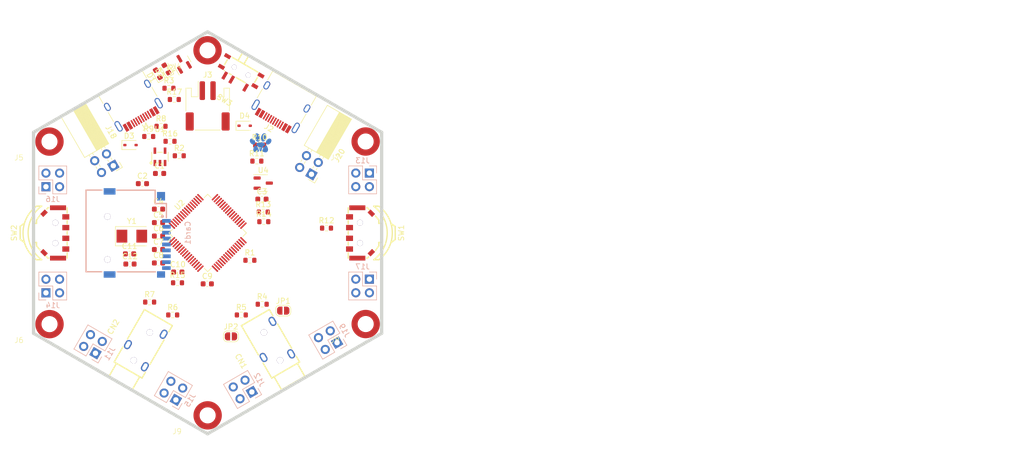
<source format=kicad_pcb>
(kicad_pcb (version 20221018) (generator pcbnew)
  (layers (0 "F.Cu" signal) (31 "B.Cu" signal) (34 "B.Paste" user) (35 "F.Paste" user) (36 "B.SilkS" user "B.Silkscreen") (37 "F.SilkS" user "F.Silkscreen") (38 "B.Mask" user) (39 "F.Mask" user) (44 "Edge.Cuts" user))
  (net 0 "")
  (net 9 "+BATT")
  (net 12 "GND")
  (net 13 "Net-(U1-CHRG)")
  (net 14 "VBUS")
  (net 15 "Net-(U1-PROG)")
  (net 19 "PA1-ADC_IN1")
  (net 20 "NRST")
  (net 21 "Net-(U2-OSC_IN)")
  (net 22 "Net-(U2-OSC_OUT)")
  (net 23 "Net-(CN1-Pad2)")
  (net 24 "Net-(CN1-Pad4)")
  (net 25 "Net-(CN2-Pad2)")
  (net 26 "Net-(CN2-Pad4)")
  (net 27 "Net-(D1-K)")
  (net 28 "Net-(D2-K)")
  (net 29 "Net-(D2-A)")
  (net 30 "Net-(D3-A)")
  (net 31 "Net-(D4-A)")
  (net 32 "Net-(J1-CC1)")
  (net 33 "PA12-USBFS_DP")
  (net 34 "PA11-USBFS_DM")
  (net 35 "+3V3")
  (net 36 "Net-(J1-CC2)")
  (net 37 "Net-(J2-CC1)")
  (net 38 "PB7-USBHS_DP")
  (net 39 "PB6-USBHS_DM")
  (net 40 "Net-(J2-CC2)")
  (net 41 "Net-(J4-Pin_1)")
  (net 42 "PA8-TIM1")
  (net 43 "PA13-SWD")
  (net 44 "PA14-SWCLK")
  (net 47 "PB0-UART4_TX")
  (net 48 "PA3-ADC_IN_3{slash}USART2_RX")
  (net 50 "PB1-UART4_RX")
  (net 51 "PA2-ADC_IN2{slash}USART2_TX")
  (net 53 "VDD")
  (net 55 "PA6-LEDFET")
  (net 56 "Net-(U2-BOOT1{slash}PB2)")
  (net 57 "PA4-DAC1")
  (net 58 "PA10-USART1_RX")
  (net 59 "BOOT0")
  (net 60 "PC13-SDIO_CD")
  (net 61 "PB8-I2C_SCL")
  (net 62 "PB5-SPI1_MOSI")
  (net 63 "PB4-SPI1_MISO")
  (net 64 "PB3-SPI1_SCK")
  (net 65 "PD2-SDIO_CMD")
  (net 66 "PC12-SDIO_CLK")
  (net 67 "PC11-SDIO_D3")
  (net 68 "PC10-SDIO_D2")
  (net 69 "PA15-SPI1_NSS")
  (net 70 "PC9-SDIO_D1")
  (net 71 "PC8-SDIO_D0")
  (net 72 "PC7-GPIO")
  (net 73 "PC6-GPIO")
  (net 74 "PB15-BTNL_DOWN")
  (net 75 "PB14-BTNL_UP")
  (net 76 "PB13-BTNL-BTN")
  (net 77 "PB12-BNTR_DOWN")
  (net 78 "PB11-BTNR_UP")
  (net 79 "PC5-GPIO")
  (net 80 "PC4-GPIO")
  (net 81 "PA0-GPIO")
  (net 82 "PC3-GPIO")
  (net 83 "PC2-GPIO")
  (net 84 "PC1-GPIO")
  (net 85 "PC0-GPIO")
  (net 86 "PC15-GPIO")
  (net 87 "PC14-GPIO")
  (net 88 "PB9-I2C_SDA")
  (footprint "Connector_PinSocket_2.54mm:PinSocket_2x02_P2.54mm_Horizontal" (layer "F.Cu") (at 162.313333 87.421393 -120)
    (fp_text reference "J20" (at -5.65 -2.77 60) (layer "F.SilkS"))
    (fp_text value "Debug")
    (pad "1" thru_hole rect (at 0 0 240) (size 1.7 1.7) (drill 1) (layers "*.Cu" "*.Mask") (net 12 "GND"))
    (pad "2" thru_hole oval (at -2.54 0 240) (size 1.7 1.7) (drill 1) (layers "*.Cu" "*.Mask") (net 43 "PA13-SWD"))
    (pad "3" thru_hole oval (at 0 2.54 240) (size 1.7 1.7) (drill 1) (layers "*.Cu" "*.Mask") (net 20 "NRST"))
    (pad "4" thru_hole oval (at -2.54 2.54 240) (size 1.7 1.7) (drill 1) (layers "*.Cu" "*.Mask") (net 44 "PA14-SWCLK"))
  )
  (footprint "Capacitor_SMD:C_0603_1608Metric" (layer "F.Cu") (at 128.371917 102.268739)
    (fp_text reference "C11" (at 0 -1.43) (layer "F.SilkS"))
    (fp_text value "20p")
    (pad "1" smd roundrect (at -0.775 0) (size 0.9 0.95) (layers "F.Cu" "F.Paste" "F.Mask") (net 12 "GND"))
    (pad "2" smd roundrect (at 0.775 0) (size 0.9 0.95) (layers "F.Cu" "F.Paste" "F.Mask") (net 21 "Net-(U2-OSC_IN)"))
  )
  (footprint "Resistor_SMD:R_0603_1608Metric" (layer "F.Cu") (at 153.121917 111.668739)
    (fp_text reference "R4" (at 0 -1.43) (layer "F.SilkS"))
    (fp_text value "100")
    (pad "1" smd roundrect (at -0.825 0) (size 0.8 0.95) (layers "F.Cu" "F.Paste" "F.Mask") (net 48 "PA3-ADC_IN_3{slash}USART2_RX"))
    (pad "2" smd roundrect (at 0.825 0) (size 0.8 0.95) (layers "F.Cu" "F.Paste" "F.Mask") (net 24 "Net-(CN1-Pad4)"))
  )
  (footprint "Resistor_SMD:R_0603_1608Metric" (layer "F.Cu") (at 165.121917 97.468739)
    (fp_text reference "R12" (at 0 -1.43) (layer "F.SilkS"))
    (fp_text value "10k")
    (pad "1" smd roundrect (at -0.825 0) (size 0.8 0.95) (layers "F.Cu" "F.Paste" "F.Mask") (net 12 "GND"))
    (pad "2" smd roundrect (at 0.825 0) (size 0.8 0.95) (layers "F.Cu" "F.Paste" "F.Mask") (net 59 "BOOT0"))
  )
  (footprint "Capacitor_SMD:C_0603_1608Metric" (layer "F.Cu") (at 133.971917 87.268739)
    (fp_text reference "C1" (at 0 -1.43) (layer "F.SilkS"))
    (fp_text value "1u")
    (pad "1" smd roundrect (at -0.775 0) (size 0.9 0.95) (layers "F.Cu" "F.Paste" "F.Mask") (net 12 "GND"))
    (pad "2" smd roundrect (at 0.775 0) (size 0.9 0.95) (layers "F.Cu" "F.Paste" "F.Mask") (net 14 "VBUS"))
  )
  (footprint "TM2024A:SW-SMD_TM-2024A" (layer "F.Cu") (at 171.446917 98.368739 -90)
    (fp_text reference "SW1" (at 0 -7.62 90) (layer "F.SilkS"))
    (fp_text value "TM-2024A")
    (pad "" thru_hole circle (at -1.9 0.08 270) (size 1.1 1.1) (drill 1.1) (layers "*.Cu" "*.Mask"))
    (pad "" thru_hole circle (at 1.9 0.08 270) (size 1.1 1.1) (drill 1.1) (layers "*.Cu" "*.Mask"))
    (pad "1" smd rect (at -3 2.03 270) (size 1 1.3) (layers "F.Cu" "F.Paste" "F.Mask") (net 78 "PB11-BTNR_UP"))
    (pad "2" smd rect (at 3 2.03 270) (size 1 1.3) (layers "F.Cu" "F.Paste" "F.Mask") (net 77 "PB12-BNTR_DOWN"))
    (pad "3" smd rect (at -1 2.03 270) (size 1 1.3) (layers "F.Cu" "F.Paste" "F.Mask") (net 59 "BOOT0"))
    (pad "4" smd rect (at 1 2.03 270) (size 1 1.3) (layers "F.Cu" "F.Paste" "F.Mask") (net 35 "+3V3"))
    (pad "5" smd rect (at -4.7 0.58 270) (size 0.9 3) (layers "F.Cu" "F.Paste" "F.Mask"))
    (pad "6" smd rect (at 4.7 0.58 270) (size 0.9 3) (layers "F.Cu" "F.Paste" "F.Mask"))
    (pad "7" smd rect (at -3.68 -2.03 315) (size 1.2 0.8) (layers "F.Cu" "F.Paste" "F.Mask"))
    (pad "8" smd rect (at 3.68 -2.03 225) (size 1.2 0.8) (layers "F.Cu" "F.Paste" "F.Mask"))
  )
  (footprint "Crystal:Crystal_SMD_5032-2Pin_5.0x3.2mm" (layer "F.Cu") (at 128.796917 98.968739)
    (fp_text reference "Y1" (at 0 -2.8) (layer "F.SilkS"))
    (fp_text value "8M")
    (pad "1" smd rect (at -1.85 0) (size 2 2.4) (layers "F.Cu" "F.Paste" "F.Mask") (net 22 "Net-(U2-OSC_OUT)"))
    (pad "2" smd rect (at 1.85 0) (size 2 2.4) (layers "F.Cu" "F.Paste" "F.Mask") (net 21 "Net-(U2-OSC_IN)"))
  )
  (footprint "standoff_pad_m2:Standoff_Pad_M2" (layer "F.Cu") (at 172.42103 81.308077)
    (fp_text reference "J7" (at -5.7 3 unlocked) (layer "F.SilkS") (effects (font (thickness 0.1))))
    (fp_text value "Metal Screw")
    (pad "" np_thru_hole circle (at 0 0) (size 2.5 2.5) (drill 2.5) (layers "F&B.Cu" "*.Mask"))
    (pad "1" smd circle (at -2.075 0) (size 0.75 0.75) (layers "F.Cu"))
    (pad "1" smd circle (at 0 -2.075) (size 0.75 0.75) (layers "F.Cu"))
    (pad "1" smd circle (at 0 2.075) (size 0.75 0.75) (layers "F.Cu"))
    (pad "1" smd custom (at 2.075 0) (size 0.75 0.75) (layers "F.Cu" "F.Mask") (options (clearance outline) (anchor circle)) (primitives (gr_circle (center -2.075 0) (end 0 0) (width 1.15) (fill none))))
  )
  (footprint "LED_SMD:LED_0603_1608Metric" (layer "F.Cu") (at 135.246917 67.768739 120)
    (fp_text reference "D2" (at 0 -1.43 120) (layer "F.SilkS"))
    (fp_text value "USER")
    (pad "1" smd roundrect (at -0.7875 0 120) (size 0.875 0.95) (layers "F.Cu" "F.Paste" "F.Mask") (net 28 "Net-(D2-K)"))
    (pad "2" smd roundrect (at 0.7875 0 120) (size 0.875 0.95) (layers "F.Cu" "F.Paste" "F.Mask") (net 29 "Net-(D2-A)"))
  )
  (footprint "Resistor_SMD:R_0603_1608Metric" (layer "F.Cu") (at 152.121917 84.968739)
    (fp_text reference "R11" (at 0 -1.43) (layer "F.SilkS"))
    (fp_text value "5k1")
    (pad "1" smd roundrect (at -0.825 0) (size 0.8 0.95) (layers "F.Cu" "F.Paste" "F.Mask") (net 40 "Net-(J2-CC2)"))
    (pad "2" smd roundrect (at 0.825 0) (size 0.8 0.95) (layers "F.Cu" "F.Paste" "F.Mask") (net 12 "GND"))
  )
  (footprint "Capacitor_SMD:C_0603_1608Metric" (layer "F.Cu") (at 133.771917 93.928739)
    (fp_text reference "C4" (at 0 -1.43) (layer "F.SilkS"))
    (fp_text value "0.1u")
    (pad "1" smd roundrect (at -0.775 0) (size 0.9 0.95) (layers "F.Cu" "F.Paste" "F.Mask") (net 35 "+3V3"))
    (pad "2" smd roundrect (at 0.775 0) (size 0.9 0.95) (layers "F.Cu" "F.Paste" "F.Mask") (net 12 "GND"))
  )
  (footprint "Package_QFP:LQFP-64_10x10mm_P0.5mm" (layer "F.Cu") (at 142.946917 98.368739 45)
    (fp_text reference "U2" (at 0 -7.4 45) (layer "F.SilkS"))
    (fp_text value "CH32V305RBT6")
    (pad "1" smd roundrect (at -5.675 -3.75 45) (size 1.55 0.3) (layers "F.Cu" "F.Paste" "F.Mask"))
    (pad "2" smd roundrect (at -5.675 -3.25 45) (size 1.55 0.3) (layers "F.Cu" "F.Paste" "F.Mask") (net 60 "PC13-SDIO_CD"))
    (pad "3" smd roundrect (at -5.675 -2.75 45) (size 1.55 0.3) (layers "F.Cu" "F.Paste" "F.Mask") (net 87 "PC14-GPIO"))
    (pad "4" smd roundrect (at -5.675 -2.25 45) (size 1.55 0.3) (layers "F.Cu" "F.Paste" "F.Mask") (net 86 "PC15-GPIO"))
    (pad "5" smd roundrect (at -5.675 -1.75 45) (size 1.55 0.3) (layers "F.Cu" "F.Paste" "F.Mask") (net 21 "Net-(U2-OSC_IN)"))
    (pad "6" smd roundrect (at -5.675 -1.25 45) (size 1.55 0.3) (layers "F.Cu" "F.Paste" "F.Mask") (net 22 "Net-(U2-OSC_OUT)"))
    (pad "7" smd roundrect (at -5.675 -0.75 45) (size 1.55 0.3) (layers "F.Cu" "F.Paste" "F.Mask") (net 20 "NRST"))
    (pad "8" smd roundrect (at -5.675 -0.25 45) (size 1.55 0.3) (layers "F.Cu" "F.Paste" "F.Mask") (net 85 "PC0-GPIO"))
    (pad "9" smd roundrect (at -5.675 0.25 45) (size 1.55 0.3) (layers "F.Cu" "F.Paste" "F.Mask") (net 84 "PC1-GPIO"))
    (pad "10" smd roundrect (at -5.675 0.75 45) (size 1.55 0.3) (layers "F.Cu" "F.Paste" "F.Mask") (net 83 "PC2-GPIO"))
    (pad "11" smd roundrect (at -5.675 1.25 45) (size 1.55 0.3) (layers "F.Cu" "F.Paste" "F.Mask") (net 82 "PC3-GPIO"))
    (pad "12" smd roundrect (at -5.675 1.75 45) (size 1.55 0.3) (layers "F.Cu" "F.Paste" "F.Mask") (net 12 "GND"))
    (pad "13" smd roundrect (at -5.675 2.25 45) (size 1.55 0.3) (layers "F.Cu" "F.Paste" "F.Mask") (net 35 "+3V3"))
    (pad "14" smd roundrect (at -5.675 2.75 45) (size 1.55 0.3) (layers "F.Cu" "F.Paste" "F.Mask") (net 81 "PA0-GPIO"))
    (pad "15" smd roundrect (at -5.675 3.25 45) (size 1.55 0.3) (layers "F.Cu" "F.Paste" "F.Mask") (net 19 "PA1-ADC_IN1"))
    (pad "16" smd roundrect (at -5.675 3.75 45) (size 1.55 0.3) (layers "F.Cu" "F.Paste" "F.Mask") (net 51 "PA2-ADC_IN2{slash}USART2_TX"))
    (pad "17" smd roundrect (at -3.75 5.675 45) (size 0.3 1.55) (layers "F.Cu" "F.Paste" "F.Mask") (net 48 "PA3-ADC_IN_3{slash}USART2_RX"))
    (pad "18" smd roundrect (at -3.25 5.675 45) (size 0.3 1.55) (layers "F.Cu" "F.Paste" "F.Mask") (net 12 "GND"))
    (pad "19" smd roundrect (at -2.75 5.675 45) (size 0.3 1.55) (layers "F.Cu" "F.Paste" "F.Mask") (net 35 "+3V3"))
    (pad "20" smd roundrect (at -2.25 5.675 45) (size 0.3 1.55) (layers "F.Cu" "F.Paste" "F.Mask") (net 57 "PA4-DAC1"))
    (pad "21" smd roundrect (at -1.75 5.675 45) (size 0.3 1.55) (layers "F.Cu" "F.Paste" "F.Mask") (net 58 "PA10-USART1_RX"))
    (pad "22" smd roundrect (at -1.25 5.675 45) (size 0.3 1.55) (layers "F.Cu" "F.Paste" "F.Mask") (net 55 "PA6-LEDFET"))
    (pad "23" smd roundrect (at -0.75 5.675 45) (size 0.3 1.55) (layers "F.Cu" "F.Paste" "F.Mask") (net 29 "Net-(D2-A)"))
    (pad "24" smd roundrect (at -0.25 5.675 45) (size 0.3 1.55) (layers "F.Cu" "F.Paste" "F.Mask") (net 80 "PC4-GPIO"))
    (pad "25" smd roundrect (at 0.25 5.675 45) (size 0.3 1.55) (layers "F.Cu" "F.Paste" "F.Mask") (net 79 "PC5-GPIO"))
    (pad "26" smd roundrect (at 0.75 5.675 45) (size 0.3 1.55) (layers "F.Cu" "F.Paste" "F.Mask") (net 47 "PB0-UART4_TX"))
    (pad "27" smd roundrect (at 1.25 5.675 45) (size 0.3 1.55) (layers "F.Cu" "F.Paste" "F.Mask") (net 50 "PB1-UART4_RX"))
    (pad "28" smd roundrect (at 1.75 5.675 45) (size 0.3 1.55) (layers "F.Cu" "F.Paste" "F.Mask") (net 56 "Net-(U2-BOOT1{slash}PB2)"))
    (pad "29" smd roundrect (at 2.25 5.675 45) (size 0.3 1.55) (layers "F.Cu" "F.Paste" "F.Mask") (net 59 "BOOT0"))
    (pad "30" smd roundrect (at 2.75 5.675 45) (size 0.3 1.55) (layers "F.Cu" "F.Paste" "F.Mask") (net 78 "PB11-BTNR_UP"))
    (pad "31" smd roundrect (at 3.25 5.675 45) (size 0.3 1.55) (layers "F.Cu" "F.Paste" "F.Mask") (net 12 "GND"))
    (pad "32" smd roundrect (at 3.75 5.675 45) (size 0.3 1.55) (layers "F.Cu" "F.Paste" "F.Mask") (net 35 "+3V3"))
    (pad "33" smd roundrect (at 5.675 3.75 45) (size 1.55 0.3) (layers "F.Cu" "F.Paste" "F.Mask") (net 77 "PB12-BNTR_DOWN"))
    (pad "34" smd roundrect (at 5.675 3.25 45) (size 1.55 0.3) (layers "F.Cu" "F.Paste" "F.Mask") (net 76 "PB13-BTNL-BTN"))
    (pad "35" smd roundrect (at 5.675 2.75 45) (size 1.55 0.3) (layers "F.Cu" "F.Paste" "F.Mask") (net 75 "PB14-BTNL_UP"))
    (pad "36" smd roundrect (at 5.675 2.25 45) (size 1.55 0.3) (layers "F.Cu" "F.Paste" "F.Mask") (net 74 "PB15-BTNL_DOWN"))
    (pad "37" smd roundrect (at 5.675 1.75 45) (size 1.55 0.3) (layers "F.Cu" "F.Paste" "F.Mask") (net 73 "PC6-GPIO"))
    (pad "38" smd roundrect (at 5.675 1.25 45) (size 1.55 0.3) (layers "F.Cu" "F.Paste" "F.Mask") (net 72 "PC7-GPIO"))
    (pad "39" smd roundrect (at 5.675 0.75 45) (size 1.55 0.3) (layers "F.Cu" "F.Paste" "F.Mask") (net 71 "PC8-SDIO_D0"))
    (pad "40" smd roundrect (at 5.675 0.25 45) (size 1.55 0.3) (layers "F.Cu" "F.Paste" "F.Mask") (net 70 "PC9-SDIO_D1"))
    (pad "41" smd roundrect (at 5.675 -0.25 45) (size 1.55 0.3) (layers "F.Cu" "F.Paste" "F.Mask") (net 42 "PA8-TIM1"))
    (pad "42" smd roundrect (at 5.675 -0.75 45) (size 1.55 0.3) (layers "F.Cu" "F.Paste" "F.Mask") (net 57 "PA4-DAC1"))
    (pad "43" smd roundrect (at 5.675 -1.25 45) (size 1.55 0.3) (layers "F.Cu" "F.Paste" "F.Mask") (net 58 "PA10-USART1_RX"))
    (pad "44" smd roundrect (at 5.675 -1.75 45) (size 1.55 0.3) (layers "F.Cu" "F.Paste" "F.Mask") (net 34 "PA11-USBFS_DM"))
    (pad "45" smd roundrect (at 5.675 -2.25 45) (size 1.55 0.3) (layers "F.Cu" "F.Paste" "F.Mask") (net 33 "PA12-USBFS_DP"))
    (pad "46" smd roundrect (at 5.675 -2.75 45) (size 1.55 0.3) (layers "F.Cu" "F.Paste" "F.Mask") (net 43 "PA13-SWD"))
    (pad "47" smd roundrect (at 5.675 -3.25 45) (size 1.55 0.3) (layers "F.Cu" "F.Paste" "F.Mask") (net 12 "GND"))
    (pad "48" smd roundrect (at 5.675 -3.75 45) (size 1.55 0.3) (layers "F.Cu" "F.Paste" "F.Mask") (net 35 "+3V3"))
    (pad "49" smd roundrect (at 3.75 -5.675 45) (size 0.3 1.55) (layers "F.Cu" "F.Paste" "F.Mask") (net 44 "PA14-SWCLK"))
    (pad "50" smd roundrect (at 3.25 -5.675 45) (size 0.3 1.55) (layers "F.Cu" "F.Paste" "F.Mask") (net 69 "PA15-SPI1_NSS"))
    (pad "51" smd roundrect (at 2.75 -5.675 45) (size 0.3 1.55) (layers "F.Cu" "F.Paste" "F.Mask") (net 68 "PC10-SDIO_D2"))
    (pad "52" smd roundrect (at 2.25 -5.675 45) (size 0.3 1.55) (layers "F.Cu" "F.Paste" "F.Mask") (net 67 "PC11-SDIO_D3"))
    (pad "53" smd roundrect (at 1.75 -5.675 45) (size 0.3 1.55) (layers "F.Cu" "F.Paste" "F.Mask") (net 66 "PC12-SDIO_CLK"))
    (pad "54" smd roundrect (at 1.25 -5.675 45) (size 0.3 1.55) (layers "F.Cu" "F.Paste" "F.Mask") (net 65 "PD2-SDIO_CMD"))
    (pad "55" smd roundrect (at 0.75 -5.675 45) (size 0.3 1.55) (layers "F.Cu" "F.Paste" "F.Mask") (net 64 "PB3-SPI1_SCK"))
    (pad "56" smd roundrect (at 0.25 -5.675 45) (size 0.3 1.55) (layers "F.Cu" "F.Paste" "F.Mask") (net 63 "PB4-SPI1_MISO"))
    (pad "57" smd roundrect (at -0.25 -5.675 45) (size 0.3 1.55) (layers "F.Cu" "F.Paste" "F.Mask") (net 62 "PB5-SPI1_MOSI"))
    (pad "58" smd roundrect (at -0.75 -5.675 45) (size 0.3 1.55) (layers "F.Cu" "F.Paste" "F.Mask") (net 39 "PB6-USBHS_DM"))
    (pad "59" smd roundrect (at -1.25 -5.675 45) (size 0.3 1.55) (layers "F.Cu" "F.Paste" "F.Mask") (net 38 "PB7-USBHS_DP"))
    (pad "60" smd roundrect (at -1.75 -5.675 45) (size 0.3 1.55) (layers "F.Cu" "F.Paste" "F.Mask") (net 59 "BOOT0"))
    (pad "61" smd roundrect (at -2.25 -5.675 45) (size 0.3 1.55) (layers "F.Cu" "F.Paste" "F.Mask") (net 61 "PB8-I2C_SCL"))
    (pad "62" smd roundrect (at -2.75 -5.675 45) (size 0.3 1.55) (layers "F.Cu" "F.Paste" "F.Mask") (net 88 "PB9-I2C_SDA"))
    (pad "63" smd roundrect (at -3.25 -5.675 45) (size 0.3 1.55) (layers "F.Cu" "F.Paste" "F.Mask") (net 12 "GND"))
    (pad "64" smd roundrect (at -3.75 -5.675 45) (size 0.3 1.55) (layers "F.Cu" "F.Paste" "F.Mask") (net 35 "+3V3"))
  )
  (footprint "standoff_pad_m2:Standoff_Pad_M2" (layer "F.Cu") (at 172.431277 115.365826)
    (fp_text reference "J8" (at -5.7 3 unlocked) (layer "F.SilkS") (effects (font (thickness 0.1))))
    (fp_text value "Nylon Screw")
    (pad "" np_thru_hole circle (at 0 0) (size 2.5 2.5) (drill 2.5) (layers "F&B.Cu" "*.Mask"))
    (pad "1" smd circle (at -2.075 0) (size 0.75 0.75) (layers "F.Cu") (net 53 "VDD"))
    (pad "1" smd circle (at 0 -2.075) (size 0.75 0.75) (layers "F.Cu") (net 53 "VDD"))
    (pad "1" smd circle (at 0 2.075) (size 0.75 0.75) (layers "F.Cu") (net 53 "VDD"))
    (pad "1" smd custom (at 2.075 0) (size 0.75 0.75) (layers "F.Cu" "F.Mask") (net 53 "VDD") (options (clearance outline) (anchor circle)) (primitives (gr_circle (center -2.075 0) (end 0 0) (width 1.15) (fill none))))
  )
  (footprint "Capacitor_SMD:C_0603_1608Metric" (layer "F.Cu") (at 137.371917 105.668739)
    (fp_text reference "C10" (at 0 -1.43) (layer "F.SilkS"))
    (fp_text value "0.1u")
    (pad "1" smd roundrect (at -0.775 0) (size 0.9 0.95) (layers "F.Cu" "F.Paste" "F.Mask") (net 12 "GND"))
    (pad "2" smd roundrect (at 0.775 0) (size 0.9 0.95) (layers "F.Cu" "F.Paste" "F.Mask") (net 20 "NRST"))
  )
  (footprint "standoff_pad_m2:Standoff_Pad_M2" (layer "F.Cu") (at 142.921031 64.288077)
    (fp_text reference "J4" (at -5.7 3 unlocked) (layer "F.SilkS") (effects (font (thickness 0.1))))
    (fp_text value "Nylon Screw")
    (pad "" np_thru_hole circle (at 0 0) (size 2.5 2.5) (drill 2.5) (layers "F&B.Cu" "*.Mask"))
    (pad "1" smd circle (at -2.075 0) (size 0.75 0.75) (layers "F.Cu") (net 41 "Net-(J4-Pin_1)"))
    (pad "1" smd circle (at 0 -2.075) (size 0.75 0.75) (layers "F.Cu") (net 41 "Net-(J4-Pin_1)"))
    (pad "1" smd circle (at 0 2.075) (size 0.75 0.75) (layers "F.Cu") (net 41 "Net-(J4-Pin_1)"))
    (pad "1" smd custom (at 2.075 0) (size 0.75 0.75) (layers "F.Cu" "F.Mask") (net 41 "Net-(J4-Pin_1)") (options (clearance outline) (anchor circle)) (primitives (gr_circle (center -2.075 0) (end 0 0) (width 1.15) (fill none))))
  )
  (footprint "Diode_SMD:D_SOD-323" (layer "F.Cu") (at 149.846917 78.368739)
    (fp_text reference "D4" (at 0 -1.85) (layer "F.SilkS"))
    (fp_text value "1N5819")
    (pad "1" smd roundrect (at -1.05 0) (size 0.6 0.45) (layers "F.Cu" "F.Paste" "F.Mask") (net 14 "VBUS"))
    (pad "2" smd roundrect (at 1.05 0) (size 0.6 0.45) (layers "F.Cu" "F.Paste" "F.Mask") (net 31 "Net-(D4-A)"))
  )
  (footprint "PJ-320:AUDIO-TH_HOOYA_PJ-320" (layer "F.Cu") (at 154.7 119.1 120)
    (fp_text reference "CN1" (at 0 -6.4 120) (layer "F.SilkS"))
    (fp_text value "JACK_IN")
    (pad "" thru_hole circle (at -3.5 0 120) (size 1.2 1.2) (drill 1.2) (layers "*.Cu" "*.Mask"))
    (pad "" thru_hole circle (at 2.5 0 120) (size 1.2 1.2) (drill 1.2) (layers "*.Cu" "*.Mask"))
    (pad "2" thru_hole oval (at -1.5 -2.4 30) (size 1.2 1.8) (drill oval 0.700024 1.300023) (layers "*.Cu" "*.Paste" "*.Mask") (net 23 "Net-(CN1-Pad2)"))
    (pad "3" thru_hole oval (at -3.5 2.4 30) (size 1.2 1.8) (drill oval 0.700024 1.300023) (layers "*.Cu" "*.Paste" "*.Mask") (net 12 "GND"))
    (pad "4" thru_hole oval (at 3.5 2.4 30) (size 1.2 1.8) (drill oval 0.700024 1.300023) (layers "*.Cu" "*.Paste" "*.Mask") (net 24 "Net-(CN1-Pad4)"))
  )
  (footprint "TM2024A:SW-SMD_TM-2024A" (layer "F.Cu") (at 114.446917 98.368739 90)
    (fp_text reference "SW2" (at 0 -7.62 90) (layer "F.SilkS"))
    (fp_text value "TM-2024A")
    (pad "" thru_hole circle (at -1.9 0.08 90) (size 1.1 1.1) (drill 1.1) (layers "*.Cu" "*.Mask"))
    (pad "" thru_hole circle (at 1.9 0.08 90) (size 1.1 1.1) (drill 1.1) (layers "*.Cu" "*.Mask"))
    (pad "1" smd rect (at -3 2.03 90) (size 1 1.3) (layers "F.Cu" "F.Paste" "F.Mask") (net 74 "PB15-BTNL_DOWN"))
    (pad "2" smd rect (at 3 2.03 90) (size 1 1.3) (layers "F.Cu" "F.Paste" "F.Mask") (net 75 "PB14-BTNL_UP"))
    (pad "3" smd rect (at -1 2.03 90) (size 1 1.3) (layers "F.Cu" "F.Paste" "F.Mask") (net 76 "PB13-BTNL-BTN"))
    (pad "4" smd rect (at 1 2.03 90) (size 1 1.3) (layers "F.Cu" "F.Paste" "F.Mask") (net 35 "+3V3"))
    (pad "5" smd rect (at -4.7 0.58 90) (size 0.9 3) (layers "F.Cu" "F.Paste" "F.Mask"))
    (pad "6" smd rect (at 4.7 0.58 90) (size 0.9 3) (layers "F.Cu" "F.Paste" "F.Mask"))
    (pad "7" smd rect (at -3.68 -2.03 135) (size 1.2 0.8) (layers "F.Cu" "F.Paste" "F.Mask"))
    (pad "8" smd rect (at 3.68 -2.03 45) (size 1.2 0.8) (layers "F.Cu" "F.Paste" "F.Mask"))
  )
  (footprint "Resistor_SMD:R_0603_1608Metric" (layer "F.Cu") (at 135.921917 81.268739)
    (fp_text reference "R16" (at 0 -1.43) (layer "F.SilkS"))
    (fp_text value "10k")
    (pad "1" smd roundrect (at -0.825 0) (size 0.8 0.95) (layers "F.Cu" "F.Paste" "F.Mask") (net 35 "+3V3"))
    (pad "2" smd roundrect (at 0.825 0) (size 0.8 0.95) (layers "F.Cu" "F.Paste" "F.Mask") (net 55 "PA6-LEDFET"))
  )
  (footprint "Resistor_SMD:R_0603_1608Metric" (layer "F.Cu") (at 135.721917 71.368739)
    (fp_text reference "R3" (at 0 -1.43) (layer "F.SilkS"))
    (fp_text value "330")
    (pad "1" smd roundrect (at -0.825 0) (size 0.8 0.95) (layers "F.Cu" "F.Paste" "F.Mask") (net 27 "Net-(D1-K)"))
    (pad "2" smd roundrect (at 0.825 0) (size 0.8 0.95) (layers "F.Cu" "F.Paste" "F.Mask") (net 13 "Net-(U1-CHRG)"))
  )
  (footprint "Resistor_SMD:R_0603_1608Metric" (layer "F.Cu") (at 153.421917 96.268739)
    (fp_text reference "R14" (at 0 -1.43) (layer "F.SilkS"))
    (fp_text value "1M")
    (pad "1" smd roundrect (at -0.825 0) (size 0.8 0.95) (layers "F.Cu" "F.Paste" "F.Mask") (net 12 "GND"))
    (pad "2" smd roundrect (at 0.825 0) (size 0.8 0.95) (layers "F.Cu" "F.Paste" "F.Mask") (net 19 "PA1-ADC_IN1"))
  )
  (footprint "MSK12C02-HB:SW-TH_MSK12C02-HB-1" (layer "F.Cu") (at 148.925 68.656612 150)
    (fp_text reference "SW3" (at 0 -5.7 150) (layer "F.SilkS"))
    (fp_text value "MSK12C02-HB")
    (pad "" thru_hole circle (at -1.5 0.55 150) (size 0.9 0.9) (drill 0.9) (layers "*.Cu" "*.Mask"))
    (pad "" thru_hole circle (at 1.5 0.55 150) (size 0.9 0.9) (drill 0.9) (layers "*.Cu" "*.Mask"))
    (pad "1" smd rect (at -2.25 -1.7 240) (size 1.52 0.6) (layers "F.Cu" "F.Paste" "F.Mask") (net 9 "+BATT"))
    (pad "2" smd rect (at 0.75 -1.7 240) (size 1.52 0.6) (layers "F.Cu" "F.Paste" "F.Mask") (net 53 "VDD"))
    (pad "3" smd rect (at 2.25 -1.7 240) (size 1.52 0.6) (layers "F.Cu" "F.Paste" "F.Mask"))
    (pad "4" smd rect (at -3.6 -0.6 330) (size 1.2 0.7) (layers "F.Cu" "F.Paste" "F.Mask") (net 12 "GND"))
    (pad "4" smd rect (at -3.6 1.7 330) (size 1.2 0.7) (layers "F.Cu" "F.Paste" "F.Mask") (net 12 "GND"))
    (pad "4" smd rect (at 3.6 -0.6 330) (size 1.2 0.7) (layers "F.Cu" "F.Paste" "F.Mask") (net 12 "GND"))
    (pad "4" smd rect (at 3.6 1.7 330) (size 1.2 0.7) (layers "F.Cu" "F.Paste" "F.Mask") (net 12 "GND"))
  )
  (footprint "Resistor_SMD:R_0603_1608Metric" (layer "F.Cu") (at 136.421917 113.668739)
    (fp_text reference "R6" (at 0 -1.43) (layer "F.SilkS"))
    (fp_text value "100")
    (pad "1" smd roundrect (at -0.825 0) (size 0.8 0.95) (layers "F.Cu" "F.Paste" "F.Mask") (net 57 "PA4-DAC1"))
    (pad "2" smd roundrect (at 0.825 0) (size 0.8 0.95) (layers "F.Cu" "F.Paste" "F.Mask") (net 26 "Net-(CN2-Pad4)"))
  )
  (footprint "Capacitor_SMD:C_0603_1608Metric" (layer "F.Cu") (at 130.771917 89.168739)
    (fp_text reference "C2" (at 0 -1.43) (layer "F.SilkS"))
    (fp_text value "1u")
    (pad "1" smd roundrect (at -0.775 0) (size 0.9 0.95) (layers "F.Cu" "F.Paste" "F.Mask") (net 12 "GND"))
    (pad "2" smd roundrect (at 0.775 0) (size 0.9 0.95) (layers "F.Cu" "F.Paste" "F.Mask") (net 35 "+3V3"))
  )
  (footprint "Diode_SMD:D_SOD-323" (layer "F.Cu") (at 128.546917 81.968739)
    (fp_text reference "D3" (at -0.25 -1.7) (layer "F.SilkS"))
    (fp_text value "1N5819")
    (pad "1" smd roundrect (at -1.05 0) (size 0.6 0.45) (layers "F.Cu" "F.Paste" "F.Mask") (net 14 "VBUS"))
    (pad "2" smd roundrect (at 1.05 0) (size 0.6 0.45) (layers "F.Cu" "F.Paste" "F.Mask") (net 30 "Net-(D3-A)"))
  )
  (footprint "Resistor_SMD:R_0603_1608Metric" (layer "F.Cu") (at 153.321917 94.468739)
    (fp_text reference "R13" (at 0 -1.43) (layer "F.SilkS"))
    (fp_text value "1M")
    (pad "1" smd roundrect (at -0.825 0) (size 0.8 0.95) (layers "F.Cu" "F.Paste" "F.Mask") (net 19 "PA1-ADC_IN1"))
    (pad "2" smd roundrect (at 0.825 0) (size 0.8 0.95) (layers "F.Cu" "F.Paste" "F.Mask") (net 53 "VDD"))
  )
  (footprint "Capacitor_SMD:C_0603_1608Metric" (layer "F.Cu") (at 128.446917 104.168739)
    (fp_text reference "C12" (at 0 -1.43) (layer "F.SilkS"))
    (fp_text value "20p")
    (pad "1" smd roundrect (at -0.775 0) (size 0.9 0.95) (layers "F.Cu" "F.Paste" "F.Mask") (net 12 "GND"))
    (pad "2" smd roundrect (at 0.775 0) (size 0.9 0.95) (layers "F.Cu" "F.Paste" "F.Mask") (net 22 "Net-(U2-OSC_OUT)"))
  )
  (footprint "Connector_USB:USB_C_Receptacle_HRO_TYPE-C-31-M-12" (layer "F.Cu") (at 157.2 73.9 150)
    (fp_text reference "J2" (at 0 -5.645 150) (layer "F.SilkS"))
    (fp_text value "USB_HS")
    (pad "" np_thru_hole circle (at -2.89 -2.6 150) (size 0.65 0.65) (drill 0.65) (layers "*.Cu" "*.Mask"))
    (pad "" np_thru_hole circle (at 2.89 -2.6 150) (size 0.65 0.65) (drill 0.65) (layers "*.Cu" "*.Mask"))
    (pad "A1" smd rect (at -3.25 -4.045 150) (size 0.6 1.45) (layers "F.Cu" "F.Paste" "F.Mask") (net 12 "GND"))
    (pad "A4" smd rect (at -2.45 -4.045 150) (size 0.6 1.45) (layers "F.Cu" "F.Paste" "F.Mask") (net 31 "Net-(D4-A)"))
    (pad "A5" smd rect (at -1.25 -4.045 150) (size 0.3 1.45) (layers "F.Cu" "F.Paste" "F.Mask") (net 37 "Net-(J2-CC1)"))
    (pad "A6" smd rect (at -0.25 -4.045 150) (size 0.3 1.45) (layers "F.Cu" "F.Paste" "F.Mask") (net 38 "PB7-USBHS_DP"))
    (pad "A7" smd rect (at 0.25 -4.045 150) (size 0.3 1.45) (layers "F.Cu" "F.Paste" "F.Mask") (net 39 "PB6-USBHS_DM"))
    (pad "A8" smd rect (at 1.25 -4.045 150) (size 0.3 1.45) (layers "F.Cu" "F.Paste" "F.Mask"))
    (pad "A9" smd rect (at 2.45 -4.045 150) (size 0.6 1.45) (layers "F.Cu" "F.Paste" "F.Mask") (net 31 "Net-(D4-A)"))
    (pad "A12" smd rect (at 3.25 -4.045 150) (size 0.6 1.45) (layers "F.Cu" "F.Paste" "F.Mask") (net 12 "GND"))
    (pad "B1" smd rect (at 3.25 -4.045 150) (size 0.6 1.45) (layers "F.Cu" "F.Paste" "F.Mask") (net 12 "GND"))
    (pad "B4" smd rect (at 2.45 -4.045 150) (size 0.6 1.45) (layers "F.Cu" "F.Paste" "F.Mask") (net 31 "Net-(D4-A)"))
    (pad "B5" smd rect (at 1.75 -4.045 150) (size 0.3 1.45) (layers "F.Cu" "F.Paste" "F.Mask") (net 40 "Net-(J2-CC2)"))
    (pad "B6" smd rect (at 0.75 -4.045 150) (size 0.3 1.45) (layers "F.Cu" "F.Paste" "F.Mask") (net 38 "PB7-USBHS_DP"))
    (pad "B7" smd rect (at -0.75 -4.045 150) (size 0.3 1.45) (layers "F.Cu" "F.Paste" "F.Mask") (net 39 "PB6-USBHS_DM"))
    (pad "B8" smd rect (at -1.75 -4.045 150) (size 0.3 1.45) (layers "F.Cu" "F.Paste" "F.Mask"))
    (pad "B9" smd rect (at -2.45 -4.045 150) (size 0.6 1.45) (layers "F.Cu" "F.Paste" "F.Mask") (net 31 "Net-(D4-A)"))
    (pad "B12" smd rect (at -3.25 -4.045 150) (size 0.6 1.45) (layers "F.Cu" "F.Paste" "F.Mask") (net 12 "GND"))
    (pad "S1" thru_hole oval (at -4.32 -3.13 150) (size 1 2.1) (drill oval 0.6 1.7) (layers "*.Cu" "*.Mask") (net 12 "GND"))
    (pad "S1" thru_hole oval (at -4.32 1.05 150) (size 1 1.6) (drill oval 0.6 1.2) (layers "*.Cu" "*.Mask") (net 12 "GND"))
    (pad "S1" thru_hole oval (at 4.32 -3.13 150) (size 1 2.1) (drill oval 0.6 1.7) (layers "*.Cu" "*.Mask") (net 12 "GND"))
    (pad "S1" thru_hole oval (at 4.32 1.05 150) (size 1 1.6) (drill oval 0.6 1.2) (layers "*.Cu" "*.Mask") (net 12 "GND"))
  )
  (footprint "Connector_USB:USB_C_Receptacle_HRO_TYPE-C-31-M-12" (layer "F.Cu") (at 128.5 73.6 -150)
    (fp_text reference "J1" (at 0 -5.645 30) (layer "F.SilkS"))
    (fp_text value "USB_FS")
    (pad "" np_thru_hole circle (at -2.89 -2.6 210) (size 0.65 0.65) (drill 0.65) (layers "*.Cu" "*.Mask"))
    (pad "" np_thru_hole circle (at 2.89 -2.6 210) (size 0.65 0.65) (drill 0.65) (layers "*.Cu" "*.Mask"))
    (pad "A1" smd rect (at -3.25 -4.045 210) (size 0.6 1.45) (layers "F.Cu" "F.Paste" "F.Mask") (net 12 "GND"))
    (pad "A4" smd rect (at -2.45 -4.045 210) (size 0.6 1.45) (layers "F.Cu" "F.Paste" "F.Mask") (net 30 "Net-(D3-A)"))
    (pad "A5" smd rect (at -1.25 -4.045 210) (size 0.3 1.45) (layers "F.Cu" "F.Paste" "F.Mask") (net 32 "Net-(J1-CC1)"))
    (pad "A6" smd rect (at -0.25 -4.045 210) (size 0.3 1.45) (layers "F.Cu" "F.Paste" "F.Mask") (net 33 "PA12-USBFS_DP"))
    (pad "A7" smd rect (at 0.25 -4.045 210) (size 0.3 1.45) (layers "F.Cu" "F.Paste" "F.Mask") (net 34 "PA11-USBFS_DM"))
    (pad "A8" smd rect (at 1.25 -4.045 210) (size 0.3 1.45) (layers "F.Cu" "F.Paste" "F.Mask"))
    (pad "A9" smd rect (at 2.45 -4.045 210) (size 0.6 1.45) (layers "F.Cu" "F.Paste" "F.Mask") (net 30 "Net-(D3-A)"))
    (pad "A12" smd rect (at 3.25 -4.045 210) (size 0.6 1.45) (layers "F.Cu" "F.Paste" "F.Mask") (net 12 "GND"))
    (pad "B1" smd rect (at 3.25 -4.045 210) (size 0.6 1.45) (layers "F.Cu" "F.Paste" "F.Mask") (net 12 "GND"))
    (pad "B4" smd rect (at 2.45 -4.045 210) (size 0.6 1.45) (layers "F.Cu" "F.Paste" "F.Mask") (net 30 "Net-(D3-A)"))
    (pad "B5" smd rect (at 1.75 -4.045 210) (size 0.3 1.45) (layers "F.Cu" "F.Paste" "F.Mask") (net 36 "Net-(J1-CC2)"))
    (pad "B6" smd rect (at 0.75 -4.045 210) (size 0.3 1.45) (layers "F.Cu" "F.Paste" "F.Mask") (net 33 "PA12-USBFS_DP"))
    (pad "B7" smd rect (at -0.75 -4.045 210) (size 0.3 1.45) (layers "F.Cu" "F.Paste" "F.Mask") (net 34 "PA11-USBFS_DM"))
    (pad "B8" smd rect (at -1.75 -4.045 210) (size 0.3 1.45) (layers "F.Cu" "F.Paste" "F.Mask"))
    (pad "B9" smd rect (at -2.45 -4.045 210) (size 0.6 1.45) (layers "F.Cu" "F.Paste" "F.Mask") (net 30 "Net-(D3-A)"))
    (pad "B12" smd rect (at -3.25 -4.045 210) (size 0.6 1.45) (layers "F.Cu" "F.Paste" "F.Mask") (net 12 "GND"))
    (pad "S1" thru_hole oval (at -4.32 -3.13 210) (size 1 2.1) (drill oval 0.6 1.7) (layers "*.Cu" "*.Mask") (net 12 "GND"))
    (pad "S1" thru_hole oval (at -4.32 1.05 210) (size 1 1.6) (drill oval 0.6 1.2) (layers "*.Cu" "*.Mask") (net 12 "GND"))
    (pad "S1" thru_hole oval (at 4.32 -3.13 210) (size 1 2.1) (drill oval 0.6 1.7) (layers "*.Cu" "*.Mask") (net 12 "GND"))
    (pad "S1" thru_hole oval (at 4.32 1.05 210) (size 1 1.6) (drill oval 0.6 1.2) (layers "*.Cu" "*.Mask") (net 12 "GND"))
  )
  (footprint "Package_TO_SOT_SMD:SOT-23-3" (layer "F.Cu") (at 153.309417 89.068739)
    (fp_text reference "U4" (at 0 -2.4) (layer "F.SilkS"))
    (fp_text value "XC6206PxxxMR")
    (pad "1" smd roundrect (at -1.1375 -0.95) (size 1.325 0.6) (layers "F.Cu" "F.Paste" "F.Mask") (net 12 "GND"))
    (pad "2" smd roundrect (at -1.1375 0.95) (size 1.325 0.6) (layers "F.Cu" "F.Paste" "F.Mask") (net 35 "+3V3"))
    (pad "3" smd roundrect (at 1.1375 0) (size 1.325 0.6) (layers "F.Cu" "F.Paste" "F.Mask") (net 53 "VDD"))
  )
  (footprint "standoff_pad_m2:Standoff_Pad_M2" (layer "F.Cu") (at 113.441526 115.383575)
    (fp_text reference "J6" (at -5.7 3 unlocked) (layer "F.SilkS") (effects (font (thickness 0.1))))
    (fp_text value "Nylon Screw")
    (pad "" np_thru_hole circle (at 0 0) (size 2.5 2.5) (drill 2.5) (layers "F&B.Cu" "*.Mask"))
    (pad "1" smd circle (at -2.075 0) (size 0.75 0.75) (layers "F.Cu") (net 42 "PA8-TIM1"))
    (pad "1" smd circle (at 0 -2.075) (size 0.75 0.75) (layers "F.Cu") (net 42 "PA8-TIM1"))
    (pad "1" smd circle (at 0 2.075) (size 0.75 0.75) (layers "F.Cu") (net 42 "PA8-TIM1"))
    (pad "1" smd custom (at 2.075 0) (size 0.75 0.75) (layers "F.Cu" "F.Mask") (net 42 "PA8-TIM1") (options (clearance outline) (anchor circle)) (primitives (gr_circle (center -2.075 0) (end 0 0) (width 1.15) (fill none))))
  )
  (footprint "Resistor_SMD:R_0603_1608Metric" (layer "F.Cu") (at 131.946917 80.368739)
    (fp_text reference "R9" (at 0 -1.43) (layer "F.SilkS"))
    (fp_text value "5k1")
    (pad "1" smd roundrect (at -0.825 0) (size 0.8 0.95) (layers "F.Cu" "F.Paste" "F.Mask") (net 36 "Net-(J1-CC2)"))
    (pad "2" smd roundrect (at 0.825 0) (size 0.8 0.95) (layers "F.Cu" "F.Paste" "F.Mask") (net 12 "GND"))
  )
  (footprint "Capacitor_SMD:C_0603_1608Metric" (layer "F.Cu") (at 133.771917 98.948739)
    (fp_text reference "C6" (at 0 -1.43) (layer "F.SilkS"))
    (fp_text value "0.1u")
    (pad "1" smd roundrect (at -0.775 0) (size 0.9 0.95) (layers "F.Cu" "F.Paste" "F.Mask") (net 12 "GND"))
    (pad "2" smd roundrect (at 0.775 0) (size 0.9 0.95) (layers "F.Cu" "F.Paste" "F.Mask") (net 35 "+3V3"))
  )
  (footprint "LED_SMD:LED_0603_1608Metric" (layer "F.Cu") (at 133.646917 68.668739 120)
    (fp_text reference "D1" (at 0 -1.43 120) (layer "F.SilkS"))
    (fp_text value "CHG")
    (pad "1" smd roundrect (at -0.7875 0 120) (size 0.875 0.95) (layers "F.Cu" "F.Paste" "F.Mask") (net 27 "Net-(D1-K)"))
    (pad "2" smd roundrect (at 0.7875 0 120) (size 0.875 0.95) (layers "F.Cu" "F.Paste" "F.Mask") (net 14 "VBUS"))
  )
  (footprint "Capacitor_SMD:C_0603_1608Metric" (layer "F.Cu") (at 142.871917 107.868739)
    (fp_text reference "C9" (at 0 -1.43) (layer "F.SilkS"))
    (fp_text value "0.1u")
    (pad "1" smd roundrect (at -0.775 0) (size 0.9 0.95) (layers "F.Cu" "F.Paste" "F.Mask") (net 19 "PA1-ADC_IN1"))
    (pad "2" smd roundrect (at 0.775 0) (size 0.9 0.95) (layers "F.Cu" "F.Paste" "F.Mask") (net 12 "GND"))
  )
  (footprint "Resistor_SMD:R_0603_1608Metric" (layer "F.Cu") (at 134.246917 78.468739)
    (fp_text reference "R8" (at 0 -1.43) (layer "F.SilkS"))
    (fp_text value "5k1")
    (pad "1" smd roundrect (at -0.825 0) (size 0.8 0.95) (layers "F.Cu" "F.Paste" "F.Mask") (net 32 "Net-(J1-CC1)"))
    (pad "2" smd roundrect (at 0.825 0) (size 0.8 0.95) (layers "F.Cu" "F.Paste" "F.Mask") (net 12 "GND"))
  )
  (footprint "Capacitor_SMD:C_0603_1608Metric" (layer "F.Cu") (at 133.771917 101.458739)
    (fp_text reference "C7" (at 0 -1.43) (layer "F.SilkS"))
    (fp_text value "0.1u")
    (pad "1" smd roundrect (at -0.775 0) (size 0.9 0.95) (layers "F.Cu" "F.Paste" "F.Mask") (net 35 "+3V3"))
    (pad "2" smd roundrect (at 0.775 0) (size 0.9 0.95) (layers "F.Cu" "F.Paste" "F.Mask") (net 12 "GND"))
  )
  (footprint "Capacitor_SMD:C_0603_1608Metric" (layer "F.Cu") (at 133.771917 96.438739)
    (fp_text reference "C5" (at 0 -1.43) (layer "F.SilkS"))
    (fp_text value "0.1u")
    (pad "1" smd roundrect (at -0.775 0) (size 0.9 0.95) (layers "F.Cu" "F.Paste" "F.Mask") (net 35 "+3V3"))
    (pad "2" smd roundrect (at 0.775 0) (size 0.9 0.95) (layers "F.Cu" "F.Paste" "F.Mask") (net 12 "GND"))
  )
  (footprint "Capacitor_SMD:C_0603_1608Metric" (layer "F.Cu") (at 153.071917 92.068739)
    (fp_text reference "C3" (at 0 -1.43) (layer "F.SilkS"))
    (fp_text value "1u")
    (pad "1" smd roundrect (at -0.775 0) (size 0.9 0.95) (layers "F.Cu" "F.Paste" "F.Mask") (net 12 "GND"))
    (pad "2" smd roundrect (at 0.775 0) (size 0.9 0.95) (layers "F.Cu" "F.Paste" "F.Mask") (net 53 "VDD"))
  )
  (footprint "Jumper:SolderJumper-2_P1.3mm_Open_RoundedPad1.0x1.5mm" (layer "F.Cu") (at 147.296917 117.668739)
    (fp_text reference "JP2" (at 0 -1.8) (layer "F.SilkS"))
    (fp_text value "SolderJumper_2_Open")
    (pad "1" smd custom (at -0.65 0) (size 1 0.5) (layers "F.Cu" "F.Mask") (net 50 "PB1-UART4_RX") (options (clearance outline) (anchor rect)) (primitives (gr_circle (center 0 0.25) (end 0.5 0.25) (width 0) (fill yes)) (gr_circle (center 0 -0.25) (end 0.5 -0.25) (width 0) (fill yes)) (gr_poly (pts (xy 0.5 0.75) (xy 0 0.75) (xy 0 -0.75) (xy 0.5 -0.75)) (width 0) (fill yes))))
    (pad "2" smd custom (at 0.65 0) (size 1 0.5) (layers "F.Cu" "F.Mask") (net 51 "PA2-ADC_IN2{slash}USART2_TX") (options (clearance outline) (anchor rect)) (primitives (gr_circle (center 0 0.25) (end 0.5 0.25) (width 0) (fill yes)) (gr_circle (center 0 -0.25) (end 0.5 -0.25) (width 0) (fill yes)) (gr_poly (pts (xy 0 0.75) (xy -0.5 0.75) (xy -0.5 -0.75) (xy 0 -0.75)) (width 0) (fill yes))))
  )
  (footprint "Connector_PinSocket_2.54mm:PinSocket_2x02_P2.54mm_Horizontal" (layer "F.Cu") (at 125.338334 85.821393 -60)
    (fp_text reference "J18" (at -5.65 -2.77 120) (layer "F.SilkS"))
    (fp_text value "SAO")
    (pad "1" thru_hole rect (at 0 0 300) (size 1.7 1.7) (drill 1) (layers "*.Cu" "*.Mask") (net 35 "+3V3"))
    (pad "2" thru_hole oval (at -2.54 0 300) (size 1.7 1.7) (drill 1) (layers "*.Cu" "*.Mask") (net 88 "PB9-I2C_SDA"))
    (pad "3" thru_hole oval (at 0 2.54 300) (size 1.7 1.7) (drill 1) (layers "*.Cu" "*.Mask") (net 12 "GND"))
    (pad "4" thru_hole oval (at -2.54 2.54 300) (size 1.7 1.7) (drill 1) (layers "*.Cu" "*.Mask") (net 61 "PB8-I2C_SCL"))
  )
  (footprint "Connector_JST:JST_PH_S2B-PH-SM4-TB_1x02-1MP_P2.00mm_Horizontal" (layer "F.Cu") (at 142.946917 74.668739)
    (fp_text reference "J3" (at 0 -5.8) (layer "F.SilkS"))
    (fp_text value "BAT")
    (pad "1" smd roundrect (at -1 -2.85) (size 1 3.5) (layers "F.Cu" "F.Paste" "F.Mask") (net 9 "+BATT"))
    (pad "2" smd roundrect (at 1 -2.85) (size 1 3.5) (layers "F.Cu" "F.Paste" "F.Mask") (net 12 "GND"))
    (pad "MP" smd roundrect (at -3.35 2.9) (size 1.5 3.4) (layers "F.Cu" "F.Paste" "F.Mask") (roundrect_rratio 0.1666673333))
    (pad "MP" smd roundrect (at 3.35 2.9) (size 1.5 3.4) (layers "F.Cu" "F.Paste" "F.Mask") (roundrect_rratio 0.1666673333))
  )
  (footprint "PJ-320:AUDIO-TH_HOOYA_PJ-320" (layer "F.Cu") (at 130.9 119.1 60)
    (fp_text reference "CN2" (at 0 -6.4 60) (layer "F.SilkS"))
    (fp_text value "JACK_OUT")
    (pad "" thru_hole circle (at -3.5 0 60) (size 1.2 1.2) (drill 1.2) (layers "*.Cu" "*.Mask"))
    (pad "" thru_hole circle (at 2.5 0 60) (size 1.2 1.2) (drill 1.2) (layers "*.Cu" "*.Mask"))
    (pad "2" thru_hole oval (at -1.5 -2.4 330) (size 1.2 1.8) (drill oval 0.700024 1.300023) (layers "*.Cu" "*.Paste" "*.Mask") (net 25 "Net-(CN2-Pad2)"))
    (pad "3" thru_hole oval (at -3.5 2.4 330) (size 1.2 1.8) (drill oval 0.700024 1.300023) (layers "*.Cu" "*.Paste" "*.Mask") (net 12 "GND"))
    (pad "4" thru_hole oval (at 3.5 2.4 330) (size 1.2 1.8) (drill oval 0.700024 1.300023) (layers "*.Cu" "*.Paste" "*.Mask") (net 26 "Net-(CN2-Pad4)"))
  )
  (footprint "Capacitor_SMD:C_0603_1608Metric" (layer "F.Cu") (at 133.771917 103.968739)
    (fp_text reference "C8" (at 0 -1.43) (layer "F.SilkS"))
    (fp_text value "0.1u")
    (pad "1" smd roundrect (at -0.775 0) (size 0.9 0.95) (layers "F.Cu" "F.Paste" "F.Mask") (net 35 "+3V3"))
    (pad "2" smd roundrect (at 0.775 0) (size 0.9 0.95) (layers "F.Cu" "F.Paste" "F.Mask") (net 12 "GND"))
  )
  (footprint "Resistor_SMD:R_0603_1608Metric" (layer "F.Cu") (at 150.821917 103.468739)
    (fp_text reference "R1" (at 0 -1.43) (layer "F.SilkS"))
    (fp_text value "10k")
    (pad "1" smd roundrect (at -0.825 0) (size 0.8 0.95) (layers "F.Cu" "F.Paste" "F.Mask") (net 56 "Net-(U2-BOOT1{slash}PB2)"))
    (pad "2" smd roundrect (at 0.825 0) (size 0.8 0.95) (layers "F.Cu" "F.Paste" "F.Mask") (net 12 "GND"))
  )
  (footprint "Resistor_SMD:R_0603_1608Metric" (layer "F.Cu") (at 152.646917 81.968739)
    (fp_text reference "R10" (at 0 -1.43) (layer "F.SilkS"))
    (fp_text value "5k1")
    (pad "1" smd roundrect (at -0.825 0) (size 0.8 0.95) (layers "F.Cu" "F.Paste" "F.Mask") (net 37 "Net-(J2-CC1)"))
    (pad "2" smd roundrect (at 0.825 0) (size 0.8 0.95) (layers "F.Cu" "F.Paste" "F.Mask") (net 12 "GND"))
  )
  (footprint "Resistor_SMD:R_0603_1608Metric" (layer "F.Cu") (at 137.321917 107.668739)
    (fp_text reference "R15" (at 0 -1.43) (layer "F.SilkS"))
    (fp_text value "10k")
    (pad "1" smd roundrect (at -0.825 0) (size 0.8 0.95) (layers "F.Cu" "F.Paste" "F.Mask") (net 20 "NRST"))
    (pad "2" smd roundrect (at 0.825 0) (size 0.8 0.95) (layers "F.Cu" "F.Paste" "F.Mask") (net 35 "+3V3"))
  )
  (footprint "Resistor_SMD:R_0603_1608Metric" (layer "F.Cu") (at 132.121917 111.268739)
    (fp_text reference "R7" (at 0 -1.43) (layer "F.SilkS"))
    (fp_text value "100")
    (pad "1" smd roundrect (at -0.825 0) (size 0.8 0.95) (layers "F.Cu" "F.Paste" "F.Mask") (net 58 "PA10-USART1_RX"))
    (pad "2" smd roundrect (at 0.825 0) (size 0.8 0.95) (layers "F.Cu" "F.Paste" "F.Mask") (net 25 "Net-(CN2-Pad2)"))
  )
  (footprint "Resistor_SMD:R_0603_1608Metric" (layer "F.Cu") (at 149.221917 113.668739)
    (fp_text reference "R5" (at 0 -1.43) (layer "F.SilkS"))
    (fp_text value "100")
    (pad "1" smd roundrect (at -0.825 0) (size 0.8 0.95) (layers "F.Cu" "F.Paste" "F.Mask") (net 51 "PA2-ADC_IN2{slash}USART2_TX"))
    (pad "2" smd roundrect (at 0.825 0) (size 0.8 0.95) (layers "F.Cu" "F.Paste" "F.Mask") (net 23 "Net-(CN1-Pad2)"))
  )
  (footprint "Resistor_SMD:R_0603_1608Metric" (layer "F.Cu") (at 137.646917 83.968739)
    (fp_text reference "R2" (at 0 -1.43) (layer "F.SilkS"))
    (fp_text value "1.65k")
    (pad "1" smd roundrect (at -0.825 0) (size 0.8 0.95) (layers "F.Cu" "F.Paste" "F.Mask") (net 15 "Net-(U1-PROG)"))
    (pad "2" smd roundrect (at 0.825 0) (size 0.8 0.95) (layers "F.Cu" "F.Paste" "F.Mask") (net 12 "GND"))
  )
  (footprint "Package_TO_SOT_SMD:SOT-23" (layer "F.Cu") (at 138.146917 66.668739 120)
    (fp_text reference "Q1" (at 0 -2.4 120) (layer "F.SilkS"))
    (fp_text value "AO3400A")
    (pad "1" smd roundrect (at -0.9375 -0.95 120) (size 1.475 0.6) (layers "F.Cu" "F.Paste" "F.Mask") (net 55 "PA6-LEDFET"))
    (pad "2" smd roundrect (at -0.9375 0.95 120) (size 1.475 0.6) (layers "F.Cu" "F.Paste" "F.Mask") (net 12 "GND"))
    (pad "3" smd roundrect (at 0.9375 0 120) (size 1.475 0.6) (layers "F.Cu" "F.Paste" "F.Mask") (net 41 "Net-(J4-Pin_1)"))
  )
  (footprint "standoff_pad_m2:Standoff_Pad_M2" (layer "F.Cu") (at 113.431279 81.325826)
    (fp_text reference "J5" (at -5.7 3 unlocked) (layer "F.SilkS") (effects (font (thickness 0.1))))
    (fp_text value "Metal Screw")
    (pad "" np_thru_hole circle (at 0 0) (size 2.5 2.5) (drill 2.5) (layers "F&B.Cu" "*.Mask"))
    (pad "1" smd circle (at -2.075 0) (size 0.75 0.75) (layers "F.Cu"))
    (pad "1" smd circle (at 0 -2.075) (size 0.75 0.75) (layers "F.Cu"))
    (pad "1" smd circle (at 0 2.075) (size 0.75 0.75) (layers "F.Cu"))
    (pad "1" smd custom (at 2.075 0) (size 0.75 0.75) (layers "F.Cu" "F.Mask") (options (clearance outline) (anchor circle)) (primitives (gr_circle (center -2.075 0) (end 0 0) (width 1.15) (fill none))))
  )
  (footprint "TP4054:SOT-23-5_L3.0-W1.7-P0.95-LS2.8-BL" (layer "F.Cu") (at 134.046917 84.168739)
    (fp_text reference "U1" (at 0 -5.15) (layer "F.SilkS"))
    (fp_text value "TP4054")
    (pad "1" smd rect (at -0.95 1.15) (size 0.49 1.16) (layers "F.Cu" "F.Paste" "F.Mask") (net 13 "Net-(U1-CHRG)"))
    (pad "2" smd rect (at 0 1.15) (size 0.49 1.16) (layers "F.Cu" "F.Paste" "F.Mask") (net 12 "GND"))
    (pad "3" smd rect (at 0.95 1.15) (size 0.49 1.16) (layers "F.Cu" "F.Paste" "F.Mask") (net 9 "+BATT"))
    (pad "4" smd rect (at 0.95 -1.15) (size 0.49 1.18) (layers "F.Cu" "F.Paste" "F.Mask") (net 14 "VBUS"))
    (pad "5" smd rect (at -0.95 -1.15) (size 0.49 1.18) (layers "F.Cu" "F.Paste" "F.Mask") (net 15 "Net-(U1-PROG)"))
  )
  (footprint "Jumper:SolderJumper-2_P1.3mm_Open_RoundedPad1.0x1.5mm" (layer "F.Cu") (at 157.046917 112.868739)
    (fp_text reference "JP1" (at 0 -1.8) (layer "F.SilkS"))
    (fp_text value "SolderJumper_2_Open")
    (pad "1" smd custom (at -0.65 0) (size 1 0.5) (layers "F.Cu" "F.Mask") (net 47 "PB0-UART4_TX") (options (clearance outline) (anchor rect)) (primitives (gr_circle (center 0 0.25) (end 0.5 0.25) (width 0) (fill yes)) (gr_circle (center 0 -0.25) (end 0.5 -0.25) (width 0) (fill yes)) (gr_poly (pts (xy 0.5 0.75) (xy 0 0.75) (xy 0 -0.75) (xy 0.5 -0.75)) (width 0) (fill yes))))
    (pad "2" smd custom (at 0.65 0) (size 1 0.5) (layers "F.Cu" "F.Mask") (net 48 "PA3-ADC_IN_3{slash}USART2_RX") (options (clearance outline) (anchor rect)) (primitives (gr_circle (center 0 0.25) (end 0.5 0.25) (width 0) (fill yes)) (gr_circle (center 0 -0.25) (end 0.5 -0.25) (width 0) (fill yes)) (gr_poly (pts (xy 0 0.75) (xy -0.5 0.75) (xy -0.5 -0.75) (xy 0 -0.75)) (width 0) (fill yes))))
  )
  (footprint "Resistor_SMD:R_0603_1608Metric" (layer "F.Cu") (at 136.721917 73.468739)
    (fp_text reference "R17" (at 0 -1.43) (layer "F.SilkS"))
    (fp_text value "1k")
    (pad "1" smd roundrect (at -0.825 0) (size 0.8 0.95) (layers "F.Cu" "F.Paste" "F.Mask") (net 28 "Net-(D2-K)"))
    (pad "2" smd roundrect (at 0.825 0) (size 0.8 0.95) (layers "F.Cu" "F.Paste" "F.Mask") (net 35 "+3V3"))
  )
  (footprint "standoff_pad_m2:Standoff_Pad_M2" (layer "F.Cu") (at 142.941525 132.403575)
    (fp_text reference "J9" (at -5.7 3 unlocked) (layer "F.SilkS") (effects (font (thickness 0.1))))
    (fp_text value "Metal Screw")
    (pad "" np_thru_hole circle (at 0 0) (size 2.5 2.5) (drill 2.5) (layers "F&B.Cu" "*.Mask"))
    (pad "1" smd circle (at -2.075 0) (size 0.75 0.75) (layers "F.Cu"))
    (pad "1" smd circle (at 0 -2.075) (size 0.75 0.75) (layers "F.Cu"))
    (pad "1" smd circle (at 0 2.075) (size 0.75 0.75) (layers "F.Cu"))
    (pad "1" smd custom (at 2.075 0) (size 0.75 0.75) (layers "F.Cu" "F.Mask") (options (clearance outline) (anchor circle)) (primitives (gr_circle (center -2.075 0) (end 0 0) (width 1.15) (fill none))))
  )
  (footprint "Connector_PinHeader_2.54mm:PinHeader_2x02_P2.54mm_Vertical" (layer "B.Cu") (at 173.121917 87.193739 180)
    (fp_text reference "J13" (at 1.27 2.33) (layer "B.SilkS") (effects (justify mirror)))
    (fp_text value "GPIO")
    (pad "1" thru_hole rect (at 0 0 180) (size 1.7 1.7) (drill 1) (layers "*.Cu" "*.Mask") (net 80 "PC4-GPIO"))
    (pad "2" thru_hole oval (at 2.54 0 180) (size 1.7 1.7) (drill 1) (layers "*.Cu" "*.Mask") (net 79 "PC5-GPIO"))
    (pad "3" thru_hole oval (at 0 -2.54 180) (size 1.7 1.7) (drill 1) (layers "*.Cu" "*.Mask") (net 73 "PC6-GPIO"))
    (pad "4" thru_hole oval (at 2.54 -2.54 180) (size 1.7 1.7) (drill 1) (layers "*.Cu" "*.Mask") (net 72 "PC7-GPIO"))
  )
  (footprint "Connector_PinHeader_2.54mm:PinHeader_2x02_P2.54mm_Vertical" (layer "B.Cu") (at 122.0136 120.810422 60)
    (fp_text reference "J11" (at 1.27 2.33 60) (layer "B.SilkS") (effects (justify mirror)))
    (fp_text value "Power")
    (pad "1" thru_hole rect (at 0 0 60) (size 1.7 1.7) (drill 1) (layers "*.Cu" "*.Mask") (net 35 "+3V3"))
    (pad "2" thru_hole oval (at 2.54 0 60) (size 1.7 1.7) (drill 1) (layers "*.Cu" "*.Mask") (net 35 "+3V3"))
    (pad "3" thru_hole oval (at 0 -2.54 60) (size 1.7 1.7) (drill 1) (layers "*.Cu" "*.Mask") (net 12 "GND"))
    (pad "4" thru_hole oval (at 2.54 -2.54 60) (size 1.7 1.7) (drill 1) (layers "*.Cu" "*.Mask") (net 12 "GND"))
  )
  (footprint "Connector_PinHeader_2.54mm:PinHeader_2x02_P2.54mm_Vertical" (layer "B.Cu") (at 167.0886 118.835421 120)
    (fp_text reference "J19" (at 1.27 2.33 120) (layer "B.SilkS") (effects (justify mirror)))
    (fp_text value "Power")
    (pad "1" thru_hole rect (at 0 0 120) (size 1.7 1.7) (drill 1) (layers "*.Cu" "*.Mask") (net 35 "+3V3"))
    (pad "2" thru_hole oval (at 2.54 0 120) (size 1.7 1.7) (drill 1) (layers "*.Cu" "*.Mask") (net 53 "VDD"))
    (pad "3" thru_hole oval (at 0 -2.54 120) (size 1.7 1.7) (drill 1) (layers "*.Cu" "*.Mask") (net 12 "GND"))
    (pad "4" thru_hole oval (at 2.54 -2.54 120) (size 1.7 1.7) (drill 1) (layers "*.Cu" "*.Mask") (net 12 "GND"))
  )
  (footprint "TFPUSH:TF-SMD_TF-PUSH" (layer "B.Cu") (at 129.946917 98.368739 90)
    (fp_text reference "Card1" (at 0 9.3 90) (layer "B.SilkS") (effects (justify mirror)))
    (fp_text value "MicroSD")
    (pad "" thru_hole circle (at -4.95 -5.7 90) (size 1.2 1.2) (drill 1.2) (layers "*.Cu" "*.Mask"))
    (pad "" thru_hole circle (at 3.05 -5.7 90) (size 1.2 1.2) (drill 1.2) (layers "*.Cu" "*.Mask"))
    (pad "1" smd rect (at 2.25 5.3 90) (size 0.7 1.6) (layers "B.Cu" "B.Paste" "B.Mask") (net 68 "PC10-SDIO_D2"))
    (pad "2" smd rect (at 1.15 5.3 90) (size 0.7 1.6) (layers "B.Cu" "B.Paste" "B.Mask") (net 67 "PC11-SDIO_D3"))
    (pad "3" smd rect (at 0.05 5.3 90) (size 0.7 1.6) (layers "B.Cu" "B.Paste" "B.Mask") (net 65 "PD2-SDIO_CMD"))
    (pad "4" smd rect (at -1.05 5.3 90) (size 0.7 1.6) (layers "B.Cu" "B.Paste" "B.Mask") (net 35 "+3V3"))
    (pad "5" smd rect (at -2.15 5.3 90) (size 0.7 1.6) (layers "B.Cu" "B.Paste" "B.Mask") (net 66 "PC12-SDIO_CLK"))
    (pad "6" smd rect (at -3.25 5.3 90) (size 0.7 1.6) (layers "B.Cu" "B.Paste" "B.Mask") (net 12 "GND"))
    (pad "7" smd rect (at -4.35 5.3 90) (size 0.7 1.6) (layers "B.Cu" "B.Paste" "B.Mask") (net 71 "PC8-SDIO_D0"))
    (pad "8" smd rect (at -5.45 5.3 90) (size 0.7 1.6) (layers "B.Cu" "B.Paste" "B.Mask") (net 70 "PC9-SDIO_D1"))
    (pad "10" smd rect (at -7.75 4.3 90) (size 1.2 1.5) (layers "B.Cu" "B.Paste" "B.Mask") (net 12 "GND"))
    (pad "11" smd rect (at -7.75 -5.3 90) (size 1.2 2.2) (layers "B.Cu" "B.Paste" "B.Mask") (net 12 "GND"))
    (pad "12" smd rect (at 7.75 -5.3 90) (size 1.2 2.2) (layers "B.Cu" "B.Paste" "B.Mask") (net 12 "GND"))
    (pad "13" smd rect (at 6.85 4.3 90) (size 1.6 1.5) (layers "B.Cu" "B.Paste" "B.Mask") (net 12 "GND"))
    (pad "CD" smd rect (at -6.55 5.3 90) (size 0.7 1.6) (layers "B.Cu" "B.Paste" "B.Mask"))
  )
  (footprint "Connector_PinHeader_2.54mm:PinHeader_2x02_P2.54mm_Vertical" (layer "B.Cu") (at 151.1886 128.035422 120)
    (fp_text reference "J12" (at 1.27 2.33 120) (layer "B.SilkS") (effects (justify mirror)))
    (fp_text value "GPIO")
    (pad "1" thru_hole rect (at 0 0 120) (size 1.7 1.7) (drill 1) (layers "*.Cu" "*.Mask") (net 85 "PC0-GPIO"))
    (pad "2" thru_hole oval (at 2.54 0 120) (size 1.7 1.7) (drill 1) (layers "*.Cu" "*.Mask") (net 84 "PC1-GPIO"))
    (pad "3" thru_hole oval (at 0 -2.54 120) (size 1.7 1.7) (drill 1) (layers "*.Cu" "*.Mask") (net 83 "PC2-GPIO"))
    (pad "4" thru_hole oval (at 2.54 -2.54 120) (size 1.7 1.7) (drill 1) (layers "*.Cu" "*.Mask") (net 82 "PC3-GPIO"))
  )
  (footprint "Connector_PinHeader_2.54mm:PinHeader_2x02_P2.54mm_Vertical" (layer "B.Cu") (at 173.121917 106.993739 180)
    (fp_text reference "J17" (at 1.27 2.33) (layer "B.SilkS") (effects (justify mirror)))
    (fp_text value "GPIO")
    (pad "1" thru_hole rect (at 0 0 180) (size 1.7 1.7) (drill 1) (layers "*.Cu" "*.Mask") (net 81 "PA0-GPIO"))
    (pad "2" thru_hole oval (at 2.54 0 180) (size 1.7 1.7) (drill 1) (layers "*.Cu" "*.Mask") (net 88 "PB9-I2C_SDA"))
    (pad "3" thru_hole oval (at 0 -2.54 180) (size 1.7 1.7) (drill 1) (layers "*.Cu" "*.Mask") (net 65 "PD2-SDIO_CMD"))
    (pad "4" thru_hole oval (at 2.54 -2.54 180) (size 1.7 1.7) (drill 1) (layers "*.Cu" "*.Mask") (net 61 "PB8-I2C_SCL"))
  )
  (footprint "Connector_PinHeader_2.54mm:PinHeader_2x02_P2.54mm_Vertical" (layer "B.Cu") (at 112.771917 89.743739)
    (fp_text reference "J16" (at 1.27 2.33) (layer "B.SilkS") (effects (justify mirror)))
    (fp_text value "GPIO")
    (pad "1" thru_hole rect (at 0 0) (size 1.7 1.7) (drill 1) (layers "*.Cu" "*.Mask") (net 64 "PB3-SPI1_SCK"))
    (pad "2" thru_hole oval (at 2.54 0) (size 1.7 1.7) (drill 1) (layers "*.Cu" "*.Mask") (net 63 "PB4-SPI1_MISO"))
    (pad "3" thru_hole oval (at 0 -2.54) (size 1.7 1.7) (drill 1) (layers "*.Cu" "*.Mask") (net 62 "PB5-SPI1_MOSI"))
    (pad "4" thru_hole oval (at 2.54 -2.54) (size 1.7 1.7) (drill 1) (layers "*.Cu" "*.Mask") (net 69 "PA15-SPI1_NSS"))
  )
  (footprint "Connector_PinHeader_2.54mm:PinHeader_2x02_P2.54mm_Vertical" (layer "B.Cu") (at 137.0136 129.510422 60)
    (fp_text reference "J15" (at 1.27 2.33 60) (layer "B.SilkS") (effects (justify mirror)))
    (fp_text value "GPIO")
    (pad "1" thru_hole rect (at 0 0 60) (size 1.7 1.7) (drill 1) (layers "*.Cu" "*.Mask") (net 66 "PC12-SDIO_CLK"))
    (pad "2" thru_hole oval (at 2.54 0 60) (size 1.7 1.7) (drill 1) (layers "*.Cu" "*.Mask") (net 60 "PC13-SDIO_CD"))
    (pad "3" thru_hole oval (at 0 -2.54 60) (size 1.7 1.7) (drill 1) (layers "*.Cu" "*.Mask") (net 87 "PC14-GPIO"))
    (pad "4" thru_hole oval (at 2.54 -2.54 60) (size 1.7 1.7) (drill 1) (layers "*.Cu" "*.Mask") (net 86 "PC15-GPIO"))
  )
  (footprint "Connector_PinHeader_2.54mm:PinHeader_2x02_P2.54mm_Vertical" (layer "B.Cu") (at 112.771917 109.543739)
    (fp_text reference "J14" (at 1.27 2.33) (layer "B.SilkS") (effects (justify mirror)))
    (fp_text value "GPIO")
    (pad "1" thru_hole rect (at 0 0) (size 1.7 1.7) (drill 1) (layers "*.Cu" "*.Mask") (net 71 "PC8-SDIO_D0"))
    (pad "2" thru_hole oval (at 2.54 0) (size 1.7 1.7) (drill 1) (layers "*.Cu" "*.Mask") (net 70 "PC9-SDIO_D1"))
    (pad "3" thru_hole oval (at 0 -2.54) (size 1.7 1.7) (drill 1) (layers "*.Cu" "*.Mask") (net 68 "PC10-SDIO_D2"))
    (pad "4" thru_hole oval (at 2.54 -2.54) (size 1.7 1.7) (drill 1) (layers "*.Cu" "*.Mask") (net 67 "PC11-SDIO_D3"))
  )
  (footprint "Paw-Connect_RevB_TC2030-IDC-NL_2x03_P1.27mm_Vertical:Paw-Connect_RevB_TC2030-IDC-NL_2x03_P1.27mm_Vertical" (layer "B.Cu") (at 153.149339 81.882703 180)
    (fp_text reference "J10" hide)
    (fp_text value "Debug")
    (pad "" np_thru_hole circle (at -2.488934 0.18511 332.5) (size 0.9906 0.9906) (drill 0.9906) (layers "*.Cu" "*.Mask"))
    (pad "" np_thru_hole circle (at -1.550661 -1.617297 332.5) (size 0.9906 0.9906) (drill 0.9906) (layers "*.Cu" "*.Mask"))
    (pad "" np_thru_hole circle (at 2.486218 1.62959 332.5) (size 0.9906 0.9906) (drill 0.9906) (layers "*.Cu" "*.Mask"))
    (pad "1" connect custom (at 0.93 1.28 332.5) (size 0.7874 0.7874) (layers "B.Cu" "B.Mask") (net 35 "+3V3") (options (clearance outline) (anchor circle)) (primitives (gr_poly (pts (xy -0.48978 -0.67719) (xy -0.510885 -0.663528) (xy -0.530922 -0.648135) (xy -0.549835 -0.630994) (xy -0.567363 -0.612317) (xy -0.583289 -0.592361) (xy -0.597624 -0.571188) (xy -0.610379 -0.548855) (xy -0.621567 -0.525421) (xy -0.631197 -0.500946) (xy -0.63928 -0.475488) (xy -0.645829 -0.449108) (xy -0.654366 -0.393811) (xy -0.656898 -0.335528) (xy -0.653514 -0.27473) (xy -0.644305 -0.211891) (xy -0.629358 -0.14748) (xy -0.608765 -0.081971) (xy -0.582614 -0.015835) (xy -0.550996 0.050455) (xy -0.513999 0.116431) (xy -0.471714 0.181616) (xy -0.424229 0.245541) (xy -0.371634 0.307733) (xy -0.343783 0.337678) (xy -0.315386 0.366332) (xy -0.286496 0.393682) (xy -0.257171 0.41971) (xy -0.227466 0.444403) (xy -0.197437 0.467744) (xy -0.167139 0.48972) (xy -0.136628 0.510313) (xy -0.10596 0.52951) (xy -0.07519 0.547294) (xy -0.044375 0.563652) (xy -0.01357 0.578566) (xy 0.017169 0.592022) (xy 0.047788 0.604006) (xy 0.07823 0.614501) (xy 0.108439 0.623492) (xy 0.13836 0.630965) (xy 0.167937 0.636902) (xy 0.197113 0.641292) (xy 0.225836 0.644116) (xy 0.254046 0.64536) (xy 0.28169 0.64501) (xy 0.308711 0.643049) (xy 0.335054 0.639462) (xy 0.360664 0.634235) (xy 0.385484 0.627351) (xy 0.409458 0.618795) (xy 0.432531 0.608554) (xy 0.454648 0.59661) (xy 0.475753 0.58295) (xy 0.49579 0.567556) (xy 0.514703 0.550415) (xy 0.532232 0.531737) (xy 0.548158 0.511781) (xy 0.562494 0.490607) (xy 0.57525 0.468274) (xy 0.586437 0.44484) (xy 0.596067 0.420365) (xy 0.604151 0.394906) (xy 0.610701 0.368525) (xy 0.619238 0.313228) (xy 0.621771 0.254945) (xy 0.618387 0.194147) (xy 0.609178 0.131307) (xy 0.594232 0.066897) (xy 0.573639 0.001388) (xy 0.547489 -0.064749) (xy 0.51587 -0.13104) (xy 0.478873 -0.197015) (xy 0.436588 -0.262201) (xy 0.389102 -0.326126) (xy 0.336508 -0.388319) (xy 0.336509 -0.388317) (xy 0.308657 -0.418262) (xy 0.280258 -0.446916) (xy 0.251369 -0.474265) (xy 0.222043 -0.500294) (xy 0.192337 -0.524986) (xy 0.162308 -0.548327) (xy 0.132009 -0.570302) (xy 0.101499 -0.590896) (xy 0.07083 -0.610092) (xy 0.04006 -0.627876) (xy 0.009245 -0.644233) (xy -0.021561 -0.659148) (xy -0.052301 -0.672604) (xy -0.082919 -0.684587) (xy -0.113362 -0.695082) (xy -0.143571 -0.704073) (xy -0.173492 -0.711545) (xy -0.203068 -0.717483) (xy -0.232245 -0.721872) (xy -0.260967 -0.724697) (xy -0.289177 -0.725941) (xy -0.316822 -0.72559) (xy -0.343843 -0.723628) (xy -0.370186 -0.720042) (xy -0.395795 -0.714814) (xy -0.420615 -0.70793) (xy -0.444589 -0.699375) (xy -0.467663 -0.689133)) (width 0) (fill yes))))
    (pad "2" connect custom (at 1.82 0.56 332.5) (size 0.7874 0.7874) (layers "B.Cu" "B.Mask") (net 43 "PA13-SWD") (options (clearance outline) (anchor circle)) (primitives (gr_poly (pts (xy -0.416452 -0.403732) (xy -0.436126 -0.392017) (xy -0.45484 -0.379359) (xy -0.472555 -0.365772) (xy -0.489228 -0.351272) (xy -0.504816 -0.335874) (xy -0.519279 -0.319593) (xy -0.532572 -0.302446) (xy -0.544656 -0.284446) (xy -0.555487 -0.265611) (xy -0.565024 -0.245954) (xy -0.573225 -0.225491) (xy -0.580047 -0.204239) (xy -0.585448 -0.182211) (xy -0.589346 -0.159693) (xy -0.591701 -0.136984) (xy -0.592543 -0.114124) (xy -0.591905 -0.091152) (xy -0.589817 -0.068106) (xy -0.586309 -0.045027) (xy -0.581411 -0.021954) (xy -0.575155 0.001077) (xy -0.567571 0.024024) (xy -0.558691 0.046849) (xy -0.548543 0.069512) (xy -0.53716 0.091976) (xy -0.51081 0.136146) (xy -0.479885 0.179048) (xy -0.44463 0.220367) (xy -0.405292 0.259793) (xy -0.362115 0.297013) (xy -0.315345 0.331714) (xy -0.265228 0.363586) (xy -0.212008 0.392314) (xy -0.155931 0.417587) (xy -0.097244 0.439093) (xy -0.067353 0.448229) (xy -0.037622 0.456129) (xy -0.008092 0.46281) (xy 0.021194 0.468285) (xy 0.050195 0.472571) (xy 0.078868 0.475682) (xy 0.107171 0.477634) (xy 0.135062 0.478444) (xy 0.1625 0.478125) (xy 0.189442 0.476693) (xy 0.215847 0.474164) (xy 0.241671 0.470553) (xy 0.266874 0.465875) (xy 0.291412 0.460146) (xy 0.315245 0.453381) (xy 0.33833 0.445595) (xy 0.360625 0.436804) (xy 0.382089 0.427023) (xy 0.402678 0.416268) (xy 0.422351 0.404553) (xy 0.441066 0.391894) (xy 0.458781 0.378307) (xy 0.475454 0.363807) (xy 0.491042 0.348408) (xy 0.505505 0.332128) (xy 0.518799 0.31498) (xy 0.530884 0.296981) (xy 0.541715 0.278145) (xy 0.551253 0.258489) (xy 0.559454 0.238026) (xy 0.566277 0.216773) (xy 0.571679 0.194746) (xy 0.575577 0.172228) (xy 0.577932 0.149519) (xy 0.578775 0.126659) (xy 0.578136 0.103687) (xy 0.576049 0.080642) (xy 0.572539 0.057563) (xy 0.567643 0.034489) (xy 0.561386 0.011458) (xy 0.553803 -0.011489) (xy 0.544922 -0.034314) (xy 0.534775 -0.056977) (xy 0.523391 -0.07944) (xy 0.497041 -0.123611) (xy 0.466116 -0.166513) (xy 0.430862 -0.207832) (xy 0.391523 -0.247258) (xy 0.348346 -0.284477) (xy 0.301576 -0.319179) (xy 0.251459 -0.351051) (xy 0.19824 -0.379779) (xy 0.142163 -0.405052) (xy 0.083475 -0.426558) (xy 0.053584 -0.435693) (xy 0.023853 -0.443593) (xy -0.005679 -0.450273) (xy -0.034965 -0.455748) (xy -0.063966 -0.460033) (xy -0.092639 -0.463144) (xy -0.120943 -0.465097) (xy -0.148834 -0.465906) (xy -0.176273 -0.465587) (xy -0.203216 -0.464156) (xy -0.22962 -0.461627) (xy -0.255445 -0.458016) (xy -0.280648 -0.453339) (xy -0.305187 -0.447609) (xy -0.32902 -0.440844) (xy -0.352105 -0.433059) (xy -0.3744 -0.424268) (xy -0.395863 -0.414487)) (width 0) (fill yes))))
    (pad "3" connect custom (at -0.27 1.3 332.5) (size 0.7874 0.7874) (layers "B.Cu" "B.Mask") (net 20 "NRST") (options (clearance outline) (anchor circle)) (primitives (gr_poly (pts (xy -0.303651 -0.770058) (xy -0.324999 -0.756515) (xy -0.345477 -0.74127) (xy -0.365067 -0.724377) (xy -0.383747 -0.705892) (xy -0.401501 -0.68587) (xy -0.418307 -0.664364) (xy -0.434151 -0.641432) (xy -0.449009 -0.617128) (xy -0.462866 -0.591507) (xy -0.4757 -0.564626) (xy -0.487494 -0.536537) (xy -0.498228 -0.507298) (xy -0.507885 -0.476962) (xy -0.516444 -0.445586) (xy -0.523888 -0.413223) (xy -0.530196 -0.379931) (xy -0.535351 -0.345763) (xy -0.539333 -0.310775) (xy -0.542123 -0.275023) (xy -0.543704 -0.23856) (xy -0.544055 -0.201442) (xy -0.543157 -0.163726) (xy -0.540993 -0.125466) (xy -0.537542 -0.086716) (xy -0.532787 -0.047532) (xy -0.526708 -0.00797) (xy -0.519287 0.031917) (xy -0.510503 0.072072) (xy -0.489305 0.151074) (xy -0.463818 0.226776) (xy -0.434375 0.298837) (xy -0.401312 0.366918) (xy -0.364964 0.430676) (xy -0.325665 0.489774) (xy -0.283752 0.543867) (xy -0.239559 0.592618) (xy -0.193419 0.635686) (xy -0.14567 0.672729) (xy -0.096646 0.703409) (xy -0.04668 0.727383) (xy -0.02145 0.736749) (xy 0.00389 0.744311) (xy 0.029297 0.750027) (xy 0.054731 0.753854) (xy 0.080148 0.755749) (xy 0.105507 0.755671) (xy 0.130767 0.753576) (xy 0.155884 0.74942) (xy 0.180526 0.743241) (xy 0.204374 0.73514) (xy 0.227407 0.725168) (xy 0.249608 0.713384) (xy 0.270957 0.699841) (xy 0.291435 0.684596) (xy 0.311024 0.667703) (xy 0.329706 0.649218) (xy 0.34746 0.629195) (xy 0.364267 0.60769) (xy 0.38011 0.584758) (xy 0.394969 0.560454) (xy 0.408826 0.534834) (xy 0.42166 0.507952) (xy 0.433454 0.479864) (xy 0.444189 0.450624) (xy 0.453845 0.420289) (xy 0.462405 0.388912) (xy 0.469848 0.35655) (xy 0.476156 0.323258) (xy 0.481311 0.28909) (xy 0.485294 0.254103) (xy 0.488084 0.21835) (xy 0.489664 0.181888) (xy 0.490014 0.144771) (xy 0.489116 0.107055) (xy 0.486952 0.068795) (xy 0.483502 0.030045) (xy 0.478746 -0.009138) (xy 0.472666 -0.048699) (xy 0.465245 -0.088585) (xy 0.456461 -0.128739) (xy 0.435264 -0.207743) (xy 0.409776 -0.283446) (xy 0.380334 -0.355508) (xy 0.347272 -0.42359) (xy 0.310924 -0.487349) (xy 0.271626 -0.546446) (xy 0.229712 -0.600541) (xy 0.185519 -0.649292) (xy 0.13938 -0.69236) (xy 0.09163 -0.729404) (xy 0.042605 -0.760083) (xy -0.00736 -0.784056) (xy -0.032592 -0.793423) (xy -0.057932 -0.800986) (xy -0.08334 -0.806701) (xy -0.108773 -0.810528) (xy -0.134192 -0.812423) (xy -0.159552 -0.812344) (xy -0.184811 -0.810248) (xy -0.209929 -0.806093) (xy -0.234572 -0.799915) (xy -0.258418 -0.791812) (xy -0.281451 -0.781841)) (width 0) (fill yes))))
    (pad "4" connect custom (at 0.32 -1.09 332.5) (size 0.2 0.2) (layers "B.Cu" "B.Mask") (net 44 "PA14-SWCLK") (options (clearance outline) (anchor circle)) (primitives (gr_poly (pts (xy -0.755472 -1.362353) (xy -0.791478 -1.341588) (xy -0.824574 -1.320968) (xy -0.853585 -1.301105) (xy -0.889564 -1.27381) (xy -0.924355 -1.245032) (xy -0.957953 -1.214831) (xy -0.990354 -1.183271) (xy -1.021551 -1.150414) (xy -1.051541 -1.11632) (xy -1.080317 -1.081052) (xy -1.107875 -1.044672) (xy -1.134208 -1.007241) (xy -1.159314 -0.968821) (xy -1.183185 -0.929473) (xy -1.205817 -0.88926) (xy -1.227204 -0.848243) (xy -1.247341 -0.806484) (xy -1.266224 -0.764046) (xy -1.283846 -0.720989) (xy -1.286602 -0.713346) (xy -1.288874 -0.705724) (xy -1.290675 -0.698135) (xy -1.292012 -0.69059) (xy -1.292896 -0.683098) (xy -1.293335 -0.675672) (xy -1.293336 -0.668322) (xy -1.292911 -0.66106) (xy -1.292068 -0.653896) (xy -1.290817 -0.646841) (xy -1.289166 -0.639907) (xy -1.287125 -0.633104) (xy -1.284702 -0.626443) (xy -1.281906 -0.619936) (xy -1.278748 -0.613592) (xy -1.275235 -0.607424) (xy -1.271377 -0.601443) (xy -1.267184 -0.595659) (xy -1.262662 -0.590083) (xy -1.257824 -0.584726) (xy -1.252678 -0.5796) (xy -1.247231 -0.574716) (xy -1.241494 -0.570083) (xy -1.235475 -0.565714) (xy -1.229185 -0.56162) (xy -1.222631 -0.55781) (xy -1.215823 -0.554297) (xy -1.20877 -0.551092) (xy -1.201482 -0.548204) (xy -1.193966 -0.545647) (xy -1.186233 -0.543429) (xy -1.178291 -0.541563) (xy -1.139662 -0.533222) (xy -1.101059 -0.524398) (xy -1.0625 -0.515079) (xy -1.024005 -0.505259) (xy -0.985595 -0.494926) (xy -0.947288 -0.484072) (xy -0.909104 -0.472686) (xy -0.871063 -0.460761) (xy -0.837679 -0.449536) (xy -0.800961 -0.436229) (xy -0.76217 -0.421224) (xy -0.722565 -0.4049) (xy -0.683408 -0.38764) (xy -0.645958 -0.369825) (xy -0.628266 -0.360829) (xy -0.611474 -0.351836) (xy -0.595739 -0.342897) (xy -0.581219 -0.334057) (xy -0.549395 -0.313103) (xy -0.518295 -0.291049) (xy -0.487891 -0.267961) (xy -0.458153 -0.2439) (xy -0.42905 -0.218931) (xy -0.400553 -0.193121) (xy -0.372633 -0.166531) (xy -0.345261 -0.139228) (xy -0.292037 -0.082737) (xy -0.240644 -0.024161) (xy -0.190847 0.035984) (xy -0.142406 0.097184) (xy -0.137252 0.103537) (xy -0.131886 0.109617) (xy -0.12632 0.115419) (xy -0.120566 0.120944) (xy -0.114635 0.126187) (xy -0.108539 0.131149) (xy -0.102291 0.135825) (xy -0.095901 0.140215) (xy -0.089381 0.144316) (xy -0.082744 0.148126) (xy -0.076002 0.151643) (xy -0.069166 0.154865) (xy -0.062247 0.157791) (xy -0.055258 0.160417) (xy -0.04821 0.162742) (xy -0.041116 0.164764) (xy -0.033987 0.16648) (xy -0.026834 0.167889) (xy -0.019671 0.168989) (xy -0.012508 0.169777) (xy -0.005357 0.170251) (xy 0.001771 0.17041) (xy 0.008861 0.170251) (xy 0.015904 0.169773) (xy 0.022889 0.168972) (xy 0.029802 0.167848) (xy 0.036631 0.166398) (xy 0.043366 0.164619) (xy 0.049994 0.16251) (xy 0.056503 0.16007) (xy 0.062883 0.157295) (xy 0.06912 0.154184) (xy 0.076274 0.150177) (xy 0.083227 0.145883) (xy 0.089974 0.141313) (xy 0.096507 0.136477) (xy 0.10282 0.131387) (xy 0.108906 0.126055) (xy 0.114757 0.120488) (xy 0.120367 0.1147) (xy 0.125729 0.108701) (xy 0.130837 0.102501) (xy 0.135683 0.096111) (xy 0.14026 0.089543) (xy 0.144562 0.082808) (xy 0.148582 0.075915) (xy 0.152314 0.068877) (xy 0.155749 0.061702) (xy 0.158881 0.054404) (xy 0.161703 0.046992) (xy 0.16421 0.039477) (xy 0.166394 0.03187) (xy 0.168246 0.024182) (xy 0.169762 0.016423) (xy 0.170934 0.008606) (xy 0.171755 0.000739) (xy 0.172219 -0.007166) (xy 0.172318 -0.015096) (xy 0.172046 -0.023044) (xy 0.171396 -0.030996) (xy 0.170361 -0.038943) (xy 0.168935 -0.046874) (xy 0.167109 -0.054778) (xy 0.164878 -0.062642) (xy 0.14373 -0.132656) (xy 0.123955 -0.203091) (xy 0.106034 -0.273883) (xy 0.090447 -0.344964) (xy 0.083679 -0.380592) (xy 0.077675 -0.416269) (xy 0.072496 -0.451985) (xy 0.0682 -0.487733) (xy 0.064848 -0.523504) (xy 0.0625 -0.559288) (xy 0.061218 -0.59508) (xy 0.061059 -0.63087) (xy 0.061551 -0.64788) (xy 0.062612 -0.665963) (xy 0.064197 -0.68496) (xy 0.066267 -0.704714) (xy 0.071685 -0.745848) (xy 0.078529 -0.788097) (xy 0.08646 -0.830187) (xy 0.09514 -0.870846) (xy 0.104229 -0.908801) (xy 0.113391 -0.94278) (xy 0.126127 -0.985442) (xy 0.139671 -1.027811) (xy 0.153973 -1.069891) (xy 0.168986 -1.111683) (xy 0.184662 -1.153192) (xy 0.200955 -1.19442) (xy 0.217817 -1.235369) (xy 0.2352 -1.276043) (xy 0.238272 -1.283603) (xy 0.240935 -1.291199) (xy 0.243192 -1.298817) (xy 0.245048 -1.306441) (xy 0.246507 -1.314061) (xy 0.247571 -1.32166) (xy 0.248245 -1.329225) (xy 0.248534 -1.336742) (xy 0.24844 -1.344197) (xy 0.247969 -1.351575) (xy 0.247122 -1.358864) (xy 0.245904 -1.366049) (xy 0.244321 -1.373115) (xy 0.242372 -1.38005) (xy 0.240066 -1.386839) (xy 0.237403 -1.393467) (xy 0.23439 -1.399922) (xy 0.231029 -1.406189) (xy 0.227323 -1.412254) (xy 0.223278 -1.418103) (xy 0.218896 -1.423723) (xy 0.214181 -1.429098) (xy 0.209139 -1.434217) (xy 0.203771 -1.439062) (xy 0.198083 -1.443622) (xy 0.192077 -1.447882) (xy 0.185758 -1.45183) (xy 0.17913 -1.455448) (xy 0.172196 -1.458725) (xy 0.164961 -1.461647) (xy 0.157427 -1.464199) (xy 0.149599 -1.466367) (xy 0.104266 -1.476835) (xy 0.058692 -1.485869) (xy 0.012933 -1.493443) (xy -0.032954 -1.49953) (xy -0.078913 -1.504105) (xy -0.124885 -1.50714) (xy -0.170815 -1.50861) (xy -0.216647 -1.508487) (xy -0.262322 -1.506747) (xy -0.307785 -1.503363) (xy -0.352979 -1.498307) (xy -0.397847 -1.491554) (xy -0.442332 -1.483078) (xy -0.486378 -1.472851) (xy -0.529927 -1.460848) (xy -0.572924 -1.447042) (xy -0.605852 -1.434687) (xy -0.641746 -1.419431) (xy -0.67943 -1.401884) (xy -0.717731 -1.382655)) (width 0) (fill yes))))
    (pad "5" connect custom (at -1.18 0.58 332.5) (size 0.7874 0.7874) (layers "B.Cu" "B.Mask") (net 12 "GND") (options (clearance outline) (anchor circle)) (primitives (gr_poly (pts (xy -0.117895 -0.551553) (xy -0.138128 -0.539416) (xy -0.158027 -0.526026) (xy -0.177554 -0.511413) (xy -0.196671 -0.495601) (xy -0.215343 -0.478616) (xy -0.233533 -0.460484) (xy -0.251204 -0.441231) (xy -0.268322 -0.420883) (xy -0.284846 -0.399466) (xy -0.300744 -0.377005) (xy -0.315977 -0.353527) (xy -0.330508 -0.329058) (xy -0.344303 -0.303624) (xy -0.357323 -0.27725) (xy -0.369533 -0.249963) (xy -0.380896 -0.221787) (xy -0.391376 -0.192751) (xy -0.400934 -0.162878) (xy -0.416783 -0.10219) (xy -0.428061 -0.041512) (xy -0.434884 0.018779) (xy -0.437367 0.078301) (xy -0.435627 0.136673) (xy -0.429778 0.193515) (xy -0.419937 0.248446) (xy -0.406218 0.301086) (xy -0.388738 0.351055) (xy -0.367614 0.397972) (xy -0.35572 0.420167) (xy -0.342959 0.441457) (xy -0.329343 0.461792) (xy -0.314889 0.481128) (xy -0.29961 0.499415) (xy -0.283521 0.516607) (xy -0.266637 0.532654) (xy -0.248972 0.547511) (xy -0.230539 0.561129) (xy -0.211354 0.573461) (xy -0.191431 0.58446) (xy -0.170785 0.594077) (xy -0.149682 0.602172) (xy -0.128403 0.608653) (xy -0.106987 0.613547) (xy -0.085467 0.616879) (xy -0.063882 0.618674) (xy -0.042268 0.61896) (xy -0.02066 0.617761) (xy 0.000903 0.615104) (xy 0.022387 0.611015) (xy 0.043752 0.60552) (xy 0.064965 0.598644) (xy 0.085989 0.590413) (xy 0.106787 0.580855) (xy 0.12732 0.569993) (xy 0.147555 0.557855) (xy 0.167454 0.544466) (xy 0.18698 0.529853) (xy 0.206098 0.51404) (xy 0.22477 0.497056) (xy 0.242961 0.478922) (xy 0.260632 0.459669) (xy 0.27775 0.439321) (xy 0.294275 0.417903) (xy 0.310172 0.395443) (xy 0.325405 0.371964) (xy 0.339938 0.347495) (xy 0.353732 0.32206) (xy 0.366752 0.295686) (xy 0.378962 0.268398) (xy 0.390325 0.240223) (xy 0.400804 0.211186) (xy 0.410363 0.181313) (xy 0.426212 0.120626) (xy 0.437491 0.059948) (xy 0.444313 -0.000343) (xy 0.446796 -0.059863) (xy 0.445055 -0.118234) (xy 0.439206 -0.175075) (xy 0.429364 -0.230007) (xy 0.415645 -0.282646) (xy 0.398165 -0.332615) (xy 0.377039 -0.379531) (xy 0.365145 -0.401726) (xy 0.352384 -0.423015) (xy 0.338768 -0.443352) (xy 0.324314 -0.462686) (xy 0.309035 -0.480973) (xy 0.292946 -0.498165) (xy 0.276061 -0.514212) (xy 0.258395 -0.52907) (xy 0.239963 -0.542687) (xy 0.220778 -0.55502) (xy 0.200854 -0.566018) (xy 0.180209 -0.575636) (xy 0.159106 -0.58373) (xy 0.137827 -0.590212) (xy 0.11641 -0.595106) (xy 0.094891 -0.598437) (xy 0.073306 -0.600233) (xy 0.051692 -0.600519) (xy 0.030085 -0.599319) (xy 0.008521 -0.596663) (xy -0.012961 -0.592573) (xy -0.034327 -0.587079) (xy -0.05554 -0.580203) (xy -0.076563 -0.571973) (xy -0.09736 -0.562414)) (width 0) (fill yes))))
    (pad "6" connect custom (at -0.56 -0.89 180) (size 0.5 0.5) (layers "B.Cu" "B.Mask") (options (clearance outline) (anchor circle)) (primitives (gr_poly (pts (xy -0.116279 0.73944) (xy -0.109009 0.738933) (xy -0.101762 0.738058) (xy -0.094552 0.736814) (xy -0.087394 0.735199) (xy -0.080304 0.733211) (xy -0.073298 0.730849) (xy -0.066389 0.72811) (xy -0.059595 0.724994) (xy -0.052929 0.721497) (xy -0.046407 0.71762) (xy -0.040044 0.713359) (xy -0.033855 0.708713) (xy -0.033855 0.708714) (xy -0.033856 0.708715) (xy -0.033856 0.708716) (xy -0.033856 0.708717) (xy -0.033856 0.708718) (xy -0.033857 0.708719) (xy -0.033858 0.70872) (xy -0.033859 0.708721) (xy -0.033859 0.708722) (xy -0.033861 0.708724) (xy -0.033862 0.708726) (xy -0.033864 0.708728) (xy -0.033866 0.708729) (xy -0.033868 0.708731) (xy -0.033871 0.708735) (xy -0.033873 0.708736) (xy -0.033875 0.708738) (xy -0.033877 0.70874) (xy -0.033878 0.708742) (xy -0.001066 0.682342) (xy 0.031421 0.65546) (xy 0.063547 0.628078) (xy 0.095282 0.600181) (xy 0.12659 0.571754) (xy 0.15744 0.542778) (xy 0.187799 0.51324) (xy 0.217632 0.483122) (xy 0.240682 0.458563) (xy 0.265475 0.430523) (xy 0.291132 0.399914) (xy 0.31677 0.367651) (xy 0.341508 0.334646) (xy 0.353265 0.318151) (xy 0.364466 0.301814) (xy 0.375002 0.285748) (xy 0.384762 0.270068) (xy 0.393637 0.254887) (xy 0.401516 0.240321) (xy 0.415601 0.211942) (xy 0.428824 0.183119) (xy 0.441233 0.153881) (xy 0.452876 0.124261) (xy 0.463802 0.094289) (xy 0.474058 0.063998) (xy 0.492758 0.002579) (xy 0.509361 -0.059744) (xy 0.524254 -0.122722) (xy 0.537824 -0.186105) (xy 0.550457 -0.249643) (xy 0.5518 -0.257592) (xy 0.55275 -0.265511) (xy 0.553315 -0.273388) (xy 0.553503 -0.281214) (xy 0.553322 -0.288979) (xy 0.55278 -0.296674) (xy 0.551884 -0.304288) (xy 0.550642 -0.311812) (xy 0.549062 -0.319235) (xy 0.547152 -0.326549) (xy 0.54492 -0.333743) (xy 0.542372 -0.340808) (xy 0.539518 -0.347733) (xy 0.536365 -0.354509) (xy 0.529192 -0.367573) (xy 0.520916 -0.379923) (xy 0.511599 -0.39148) (xy 0.501304 -0.402165) (xy 0.490092 -0.4119) (xy 0.484162 -0.416386) (xy 0.478027 -0.420606) (xy 0.471693 -0.424548) (xy 0.465169 -0.428204) (xy 0.458463 -0.431563) (xy 0.451582 -0.434616) (xy 0.444535 -0.437353) (xy 0.437328 -0.439763) (xy 0.389602 -0.454998) (xy 0.341988 -0.470902) (xy 0.246784 -0.5027) (xy 0.199041 -0.517583) (xy 0.1511 -0.531114) (xy 0.127032 -0.537215) (xy 0.102885 -0.542789) (xy 0.07865 -0.547773) (xy 0.054318 -0.552102) (xy 0.039361 -0.554201) (xy 0.023296 -0.555805) (xy 0.006287 -0.556904) (xy -0.011504 -0.55749) (xy -0.029911 -0.557551) (xy -0.048773 -0.557079) (xy -0.067925 -0.556063) (xy -0.087204 -0.554495) (xy -0.106446 -0.552364) (xy -0.125487 -0.549661) (xy -0.144165 -0.546376) (xy -0.162315 -0.542498) (xy -0.179774 -0.53802) (xy -0.196378 -0.53293) (xy -0.211964 -0.52722) (xy -0.226368 -0.520879) (xy -0.238583 -0.51474) (xy -0.250642 -0.508226) (xy -0.262533 -0.501345) (xy -0.274248 -0.494104) (xy -0.285777 -0.486511) (xy -0.297109 -0.478575) (xy -0.308236 -0.470303) (xy -0.319147 -0.461703) (xy -0.329833 -0.452783) (xy -0.340285 -0.443552) (xy -0.350491 -0.434016) (xy -0.360444 -0.424184) (xy -0.370133 -0.414064) (xy -0.379548 -0.403664) (xy -0.388679 -0.392992) (xy -0.397518 -0.382055) (xy -0.407136 -0.368872) (xy -0.416512 -0.354219) (xy -0.4256 -0.33827) (xy -0.434355 -0.321201) (xy -0.442733 -0.303189) (xy -0.450689 -0.284409) (xy -0.458179 -0.265038) (xy -0.465156 -0.245251) (xy -0.471578 -0.225224) (xy -0.477398 -0.205134) (xy -0.482571 -0.185156) (xy -0.487054 -0.165467) (xy -0.490802 -0.146241) (xy -0.493768 -0.127656) (xy -0.49591 -0.109887) (xy -0.497181 -0.09311) (xy -0.498129 -0.061718) (xy -0.49782 -0.030322) (xy -0.496307 0.001053) (xy -0.493645 0.032388) (xy -0.489889 0.063658) (xy -0.485092 0.094843) (xy -0.479309 0.125919) (xy -0.472594 0.156865) (xy -0.465001 0.187659) (xy -0.456585 0.218278) (xy -0.4474 0.2487) (xy -0.4375 0.278902) (xy -0.415771 0.338562) (xy -0.391834 0.397079) (xy -0.377765 0.428494) (xy -0.361361 0.462898) (xy -0.343207 0.499174) (xy -0.323885 0.536207) (xy -0.303977 0.57288) (xy -0.284065 0.608075) (xy -0.264733 0.640676) (xy -0.246563 0.669567) (xy -0.244767 0.672305) (xy -0.24385 0.673684) (xy -0.243382 0.674367) (xy -0.242908 0.675044) (xy -0.23839 0.681526) (xy -0.233589 0.687676) (xy -0.228522 0.693491) (xy -0.223202 0.698969) (xy -0.217647 0.704109) (xy -0.21187 0.708909) (xy -0.205886 0.713367) (xy -0.199712 0.717482) (xy -0.193363 0.721251) (xy -0.186853 0.724674) (xy -0.180198 0.727748) (xy -0.173413 0.730471) (xy -0.166513 0.732843) (xy -0.159513 0.73486) (xy -0.15243 0.736523) (xy -0.145277 0.737828) (xy -0.13807 0.738774) (xy -0.130825 0.739359) (xy -0.123556 0.739582)) (width 0) (fill yes))))
    (pad "7" connect custom (at 1.2 -0.89 180) (size 0.5 0.5) (layers "B.Cu" "B.Mask") (options (clearance outline) (anchor circle)) (primitives (gr_poly (pts (xy 0.117641 0.747197) (xy 0.12489 0.746668) (xy 0.132103 0.745778) (xy 0.139264 0.744529) (xy 0.146359 0.742923) (xy 0.153372 0.740959) (xy 0.160288 0.738642) (xy 0.167091 0.735971) (xy 0.173767 0.732949) (xy 0.1803 0.729578) (xy 0.186675 0.725858) (xy 0.192876 0.721791) (xy 0.198889 0.71738) (xy 0.204698 0.712625) (xy 0.210288 0.707529) (xy 0.215644 0.702093) (xy 0.220751 0.696318) (xy 0.225592 0.690206) (xy 0.230154 0.683758) (xy 0.230634 0.683086) (xy 0.231107 0.682406) (xy 0.232035 0.681034) (xy 0.233847 0.67831) (xy 0.252212 0.649562) (xy 0.271764 0.617113) (xy 0.291913 0.582074) (xy 0.312068 0.545558) (xy 0.33164 0.508677) (xy 0.350039 0.472543) (xy 0.366674 0.438267) (xy 0.380957 0.406963) (xy 0.40529 0.348634) (xy 0.427423 0.289146) (xy 0.437528 0.259021) (xy 0.446919 0.228672) (xy 0.455543 0.19812) (xy 0.463345 0.167386) (xy 0.470269 0.136493) (xy 0.476263 0.105463) (xy 0.481271 0.074317) (xy 0.485239 0.043077) (xy 0.488112 0.011764) (xy 0.489837 -0.019599) (xy 0.490358 -0.050991) (xy 0.489622 -0.08239) (xy 0.488465 -0.099176) (xy 0.486444 -0.116962) (xy 0.483603 -0.13557) (xy 0.479986 -0.154824) (xy 0.475635 -0.174548) (xy 0.470596 -0.194566) (xy 0.464912 -0.214701) (xy 0.458626 -0.234777) (xy 0.451782 -0.254618) (xy 0.444423 -0.274048) (xy 0.436593 -0.292889) (xy 0.428337 -0.310966) (xy 0.419697 -0.328102) (xy 0.410717 -0.344122) (xy 0.401441 -0.358848) (xy 0.391913 -0.372105) (xy 0.38315 -0.38311) (xy 0.374092 -0.393854) (xy 0.364749 -0.404327) (xy 0.35513 -0.414522) (xy 0.345245 -0.424432) (xy 0.335103 -0.434047) (xy 0.324715 -0.44336) (xy 0.314089 -0.452362) (xy 0.303236 -0.461047) (xy 0.292165 -0.469406) (xy 0.280886 -0.477431) (xy 0.269409 -0.485113) (xy 0.257742 -0.492445) (xy 0.245897 -0.49942) (xy 0.233883 -0.506028) (xy 0.221708 -0.512262) (xy 0.207348 -0.518715) (xy 0.191801 -0.524547) (xy 0.175232 -0.529766) (xy 0.157803 -0.53438) (xy 0.13968 -0.538399) (xy 0.121025 -0.54183) (xy 0.102002 -0.544682) (xy 0.082774 -0.546963) (xy 0.063506 -0.548682) (xy 0.044361 -0.549847) (xy 0.025502 -0.550466) (xy 0.007094 -0.550549) (xy -0.0107 -0.550102) (xy -0.027717 -0.549136) (xy -0.043793 -0.547657) (xy -0.058763 -0.545676) (xy -0.083123 -0.541536) (xy -0.107389 -0.536742) (xy -0.131572 -0.531357) (xy -0.15568 -0.525444) (xy -0.20371 -0.512287) (xy -0.251552 -0.497777) (xy -0.34697 -0.466723) (xy -0.394692 -0.45119) (xy -0.442522 -0.436328) (xy -0.449744 -0.433974) (xy -0.456809 -0.431292) (xy -0.46371 -0.428293) (xy -0.470438 -0.424987) (xy -0.476986 -0.421382) (xy -0.483345 -0.417489) (xy -0.489509 -0.413318) (xy -0.495469 -0.408878) (xy -0.501217 -0.40418) (xy -0.506745 -0.399232) (xy -0.517112 -0.388627) (xy -0.526507 -0.377144) (xy -0.534866 -0.364859) (xy -0.542127 -0.35185) (xy -0.545326 -0.345099) (xy -0.548227 -0.338197) (xy -0.550822 -0.331152) (xy -0.553104 -0.323976) (xy -0.555064 -0.316677) (xy -0.556694 -0.309266) (xy -0.557987 -0.301752) (xy -0.558934 -0.294145) (xy -0.559529 -0.286455) (xy -0.559763 -0.278691) (xy -0.559628 -0.270863) (xy -0.559116 -0.262982) (xy -0.55822 -0.255056) (xy -0.556932 -0.247096) (xy -0.544728 -0.183462) (xy -0.531586 -0.119975) (xy -0.517119 -0.056882) (xy -0.500937 0.005569) (xy -0.482653 0.067132) (xy -0.472601 0.097503) (xy -0.461878 0.127559) (xy -0.450435 0.157269) (xy -0.438224 0.186603) (xy -0.425196 0.215529) (xy -0.411302 0.244016) (xy -0.403523 0.258644) (xy -0.394752 0.273893) (xy -0.385098 0.289649) (xy -0.374672 0.305797) (xy -0.363582 0.322222) (xy -0.351938 0.338808) (xy -0.327424 0.372005) (xy -0.302005 0.404467) (xy -0.276558 0.435275) (xy -0.251956 0.463508) (xy -0.229074 0.488246) (xy -0.199445 0.518596) (xy -0.169287 0.548371) (xy -0.138634 0.577587) (xy -0.107519 0.606258) (xy -0.075975 0.634402) (xy -0.044034 0.662033) (xy -0.011731 0.689169) (xy 0.020903 0.715824) (xy 0.020901 0.715822) (xy 0.020899 0.71582) (xy 0.020898 0.715818) (xy 0.020896 0.715817) (xy 0.020892 0.715813) (xy 0.02089 0.715811) (xy 0.020888 0.71581) (xy 0.020887 0.715808) (xy 0.020885 0.715806) (xy 0.020884 0.715804) (xy 0.020883 0.715803) (xy 0.020882 0.715802) (xy 0.020882 0.715801) (xy 0.020881 0.715801) (xy 0.020881 0.7158) (xy 0.02088 0.715799) (xy 0.02088 0.715798) (xy 0.02088 0.715797) (xy 0.02088 0.715796) (xy 0.02088 0.715795) (xy 0.027037 0.720489) (xy 0.03337 0.724799) (xy 0.039866 0.728728) (xy 0.046508 0.732276) (xy 0.053282 0.735446) (xy 0.060172 0.738238) (xy 0.067162 0.740655) (xy 0.074238 0.742698) (xy 0.081385 0.744369) (xy 0.088587 0.74567) (xy 0.095828 0.746601) (xy 0.103095 0.747165) (xy 0.110371 0.747363)) (width 0) (fill yes))))
  )
  (gr_line (start 142.931279 60.845825) (end 110.455325 79.595826) (stroke (width 0.6)) (layer "Edge.Cuts"))
  (gr_line (start 175.407231 117.095826) (end 175.407231 79.595826) (stroke (width 0.6)) (layer "Edge.Cuts"))
  (gr_line (start 142.931278 135.845826) (end 175.407231 117.095826) (stroke (width 0.6)) (layer "Edge.Cuts"))
  (gr_line (start 175.407231 79.595826) (end 142.931279 60.845825) (stroke (width 0.6)) (layer "Edge.Cuts"))
  (gr_line (start 110.455325 117.095826) (end 142.931278 135.845826) (stroke (width 0.6)) (layer "Edge.Cuts"))
  (gr_line (start 110.455325 79.595826) (end 110.455325 117.095826) (stroke (width 0.6)) (layer "Edge.Cuts"))
)
</source>
